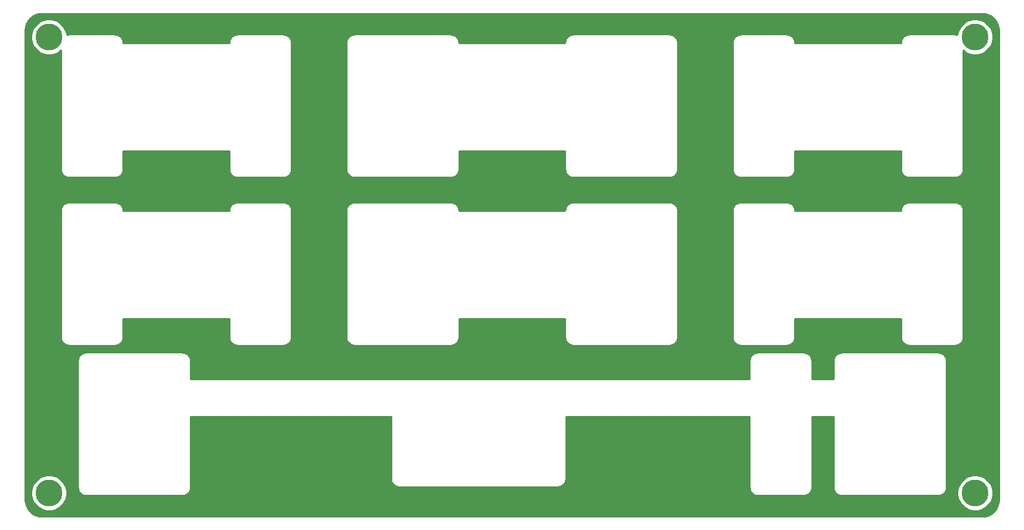
<source format=gbr>
%TF.GenerationSoftware,KiCad,Pcbnew,(5.1.10)-1*%
%TF.CreationDate,2021-07-29T20:32:36+02:00*%
%TF.ProjectId,plate,706c6174-652e-46b6-9963-61645f706362,rev?*%
%TF.SameCoordinates,Original*%
%TF.FileFunction,Copper,L2,Bot*%
%TF.FilePolarity,Positive*%
%FSLAX46Y46*%
G04 Gerber Fmt 4.6, Leading zero omitted, Abs format (unit mm)*
G04 Created by KiCad (PCBNEW (5.1.10)-1) date 2021-07-29 20:32:36*
%MOMM*%
%LPD*%
G01*
G04 APERTURE LIST*
%TA.AperFunction,ComponentPad*%
%ADD10C,3.800000*%
%TD*%
%TA.AperFunction,NonConductor*%
%ADD11C,0.254000*%
%TD*%
%TA.AperFunction,NonConductor*%
%ADD12C,0.100000*%
%TD*%
G04 APERTURE END LIST*
D10*
%TO.P,REF\u002A\u002A,1*%
%TO.N,N/C*%
X196612000Y-59225000D03*
%TD*%
%TO.P,REF\u002A\u002A,1*%
%TO.N,N/C*%
X196612000Y-123900001D03*
%TD*%
%TO.P,REF\u002A\u002A,1*%
%TO.N,N/C*%
X65262000Y-123900001D03*
%TD*%
%TO.P,REF\u002A\u002A,1*%
%TO.N,N/C*%
X65261999Y-59225000D03*
%TD*%
D11*
X198065893Y-55932670D02*
X198502498Y-56064489D01*
X198905185Y-56278600D01*
X199258612Y-56566848D01*
X199549327Y-56918261D01*
X199766242Y-57319439D01*
X199901106Y-57755113D01*
X199952001Y-58239353D01*
X199952000Y-124867722D01*
X199904330Y-125353895D01*
X199772512Y-125790498D01*
X199558399Y-126193187D01*
X199270150Y-126546614D01*
X198918739Y-126837328D01*
X198517564Y-127054241D01*
X198081886Y-127189107D01*
X197597664Y-127240001D01*
X64294279Y-127240001D01*
X63808106Y-127192331D01*
X63371503Y-127060513D01*
X62968814Y-126846400D01*
X62615387Y-126558151D01*
X62324673Y-126206740D01*
X62107760Y-125805565D01*
X61972894Y-125369887D01*
X61922000Y-124885665D01*
X61922000Y-123650325D01*
X62727000Y-123650325D01*
X62727000Y-124149677D01*
X62824418Y-124639433D01*
X63015512Y-125100774D01*
X63292937Y-125515969D01*
X63646032Y-125869064D01*
X64061227Y-126146489D01*
X64522568Y-126337583D01*
X65012324Y-126435001D01*
X65511676Y-126435001D01*
X66001432Y-126337583D01*
X66462773Y-126146489D01*
X66877968Y-125869064D01*
X67231063Y-125515969D01*
X67508488Y-125100774D01*
X67699582Y-124639433D01*
X67797000Y-124149677D01*
X67797000Y-123650325D01*
X67699582Y-123160569D01*
X67698277Y-123157418D01*
X69376999Y-123157418D01*
X69379748Y-123185328D01*
X69379727Y-123188308D01*
X69380626Y-123197479D01*
X69385690Y-123245663D01*
X69386549Y-123254382D01*
X69386637Y-123254673D01*
X69390826Y-123294527D01*
X69402860Y-123353152D01*
X69414063Y-123411884D01*
X69416727Y-123420706D01*
X69445583Y-123513925D01*
X69468766Y-123569075D01*
X69491174Y-123624537D01*
X69495501Y-123632673D01*
X69541913Y-123718511D01*
X69575361Y-123768098D01*
X69608118Y-123818156D01*
X69613942Y-123825297D01*
X69676144Y-123900486D01*
X69718593Y-123942639D01*
X69760438Y-123985371D01*
X69767539Y-123991245D01*
X69843159Y-124052921D01*
X69893024Y-124086052D01*
X69942349Y-124119825D01*
X69950444Y-124124202D01*
X69950447Y-124124204D01*
X69950450Y-124124205D01*
X69950455Y-124124208D01*
X70036616Y-124170020D01*
X70091908Y-124192809D01*
X70146897Y-124216378D01*
X70155700Y-124219103D01*
X70249118Y-124247308D01*
X70307825Y-124258933D01*
X70366315Y-124271365D01*
X70375469Y-124272327D01*
X70375475Y-124272328D01*
X70375480Y-124272328D01*
X70472597Y-124281850D01*
X70472607Y-124281850D01*
X70504580Y-124284999D01*
X84219418Y-124285001D01*
X84247328Y-124282252D01*
X84250308Y-124282273D01*
X84259479Y-124281374D01*
X84307663Y-124276310D01*
X84316382Y-124275451D01*
X84316673Y-124275363D01*
X84356527Y-124271174D01*
X84415152Y-124259140D01*
X84473884Y-124247937D01*
X84482706Y-124245273D01*
X84575925Y-124216417D01*
X84631075Y-124193234D01*
X84686537Y-124170826D01*
X84694666Y-124166503D01*
X84694670Y-124166501D01*
X84694673Y-124166499D01*
X84780511Y-124120087D01*
X84830098Y-124086639D01*
X84880156Y-124053882D01*
X84887297Y-124048058D01*
X84962486Y-123985856D01*
X85004639Y-123943407D01*
X85047371Y-123901562D01*
X85053245Y-123894461D01*
X85114921Y-123818841D01*
X85148052Y-123768976D01*
X85181825Y-123719651D01*
X85186208Y-123711545D01*
X85232020Y-123625384D01*
X85254809Y-123570092D01*
X85278378Y-123515103D01*
X85281103Y-123506300D01*
X85309308Y-123412882D01*
X85320933Y-123354175D01*
X85333365Y-123295685D01*
X85334327Y-123286531D01*
X85334328Y-123286525D01*
X85334328Y-123286519D01*
X85343850Y-123189403D01*
X85343850Y-123189402D01*
X85347000Y-123157420D01*
X85347000Y-113035001D01*
X113752000Y-113035001D01*
X113751999Y-121907419D01*
X113754748Y-121935329D01*
X113754727Y-121938309D01*
X113755626Y-121947480D01*
X113760690Y-121995664D01*
X113761549Y-122004383D01*
X113761637Y-122004674D01*
X113765826Y-122044528D01*
X113777860Y-122103153D01*
X113789063Y-122161885D01*
X113791727Y-122170707D01*
X113820583Y-122263926D01*
X113843766Y-122319076D01*
X113866174Y-122374538D01*
X113870501Y-122382674D01*
X113916913Y-122468512D01*
X113950361Y-122518099D01*
X113983118Y-122568157D01*
X113988942Y-122575298D01*
X114051144Y-122650487D01*
X114093593Y-122692640D01*
X114135438Y-122735372D01*
X114142539Y-122741246D01*
X114218159Y-122802922D01*
X114268024Y-122836053D01*
X114317349Y-122869826D01*
X114325444Y-122874203D01*
X114325447Y-122874205D01*
X114325450Y-122874206D01*
X114325455Y-122874209D01*
X114411616Y-122920021D01*
X114466908Y-122942810D01*
X114521897Y-122966379D01*
X114530700Y-122969104D01*
X114624118Y-122997309D01*
X114682825Y-123008934D01*
X114741315Y-123021366D01*
X114750469Y-123022328D01*
X114750475Y-123022329D01*
X114750480Y-123022329D01*
X114847597Y-123031851D01*
X114879580Y-123035001D01*
X137444418Y-123035001D01*
X137472328Y-123032252D01*
X137475307Y-123032273D01*
X137484478Y-123031374D01*
X137532647Y-123026311D01*
X137541382Y-123025451D01*
X137541673Y-123025363D01*
X137581526Y-123021174D01*
X137640151Y-123009140D01*
X137698883Y-122997937D01*
X137707705Y-122995273D01*
X137800924Y-122966417D01*
X137856074Y-122943234D01*
X137911536Y-122920826D01*
X137919665Y-122916503D01*
X137919669Y-122916501D01*
X137919672Y-122916499D01*
X138005510Y-122870087D01*
X138055097Y-122836639D01*
X138105155Y-122803882D01*
X138112296Y-122798058D01*
X138187485Y-122735856D01*
X138229638Y-122693407D01*
X138272370Y-122651562D01*
X138278244Y-122644461D01*
X138339920Y-122568841D01*
X138373051Y-122518976D01*
X138406824Y-122469651D01*
X138411207Y-122461545D01*
X138457019Y-122375384D01*
X138479808Y-122320092D01*
X138503377Y-122265103D01*
X138506102Y-122256300D01*
X138534307Y-122162882D01*
X138545932Y-122104175D01*
X138558364Y-122045685D01*
X138559326Y-122036531D01*
X138559327Y-122036525D01*
X138559327Y-122036520D01*
X138568849Y-121939403D01*
X138571999Y-121907420D01*
X138571999Y-113035001D01*
X164627000Y-113034999D01*
X164626999Y-123157419D01*
X164629748Y-123185329D01*
X164629727Y-123188309D01*
X164630626Y-123197480D01*
X164635690Y-123245664D01*
X164636549Y-123254383D01*
X164636637Y-123254674D01*
X164640826Y-123294528D01*
X164652860Y-123353153D01*
X164664063Y-123411885D01*
X164666727Y-123420707D01*
X164695583Y-123513926D01*
X164718766Y-123569076D01*
X164741174Y-123624538D01*
X164745501Y-123632674D01*
X164791913Y-123718512D01*
X164825361Y-123768099D01*
X164858118Y-123818157D01*
X164863942Y-123825298D01*
X164926144Y-123900487D01*
X164968593Y-123942640D01*
X165010438Y-123985372D01*
X165017539Y-123991246D01*
X165093159Y-124052922D01*
X165143024Y-124086053D01*
X165192349Y-124119826D01*
X165200444Y-124124203D01*
X165200447Y-124124205D01*
X165200450Y-124124206D01*
X165200455Y-124124209D01*
X165286616Y-124170021D01*
X165341908Y-124192810D01*
X165396897Y-124216379D01*
X165405700Y-124219104D01*
X165499118Y-124247309D01*
X165557825Y-124258934D01*
X165616315Y-124271366D01*
X165625469Y-124272328D01*
X165625475Y-124272329D01*
X165625480Y-124272329D01*
X165722597Y-124281851D01*
X165754580Y-124285001D01*
X172319418Y-124285001D01*
X172347328Y-124282252D01*
X172350307Y-124282273D01*
X172359478Y-124281374D01*
X172407647Y-124276311D01*
X172416382Y-124275451D01*
X172416673Y-124275363D01*
X172456526Y-124271174D01*
X172515151Y-124259140D01*
X172573883Y-124247937D01*
X172582705Y-124245273D01*
X172675924Y-124216417D01*
X172731074Y-124193234D01*
X172786536Y-124170826D01*
X172794665Y-124166503D01*
X172794669Y-124166501D01*
X172794672Y-124166499D01*
X172880510Y-124120087D01*
X172930097Y-124086639D01*
X172980155Y-124053882D01*
X172987296Y-124048058D01*
X173062485Y-123985856D01*
X173104638Y-123943407D01*
X173147370Y-123901562D01*
X173153244Y-123894461D01*
X173214920Y-123818841D01*
X173248051Y-123768976D01*
X173281824Y-123719651D01*
X173286207Y-123711545D01*
X173332019Y-123625384D01*
X173354808Y-123570092D01*
X173378377Y-123515103D01*
X173381102Y-123506300D01*
X173409307Y-123412882D01*
X173420932Y-123354175D01*
X173433364Y-123295685D01*
X173434326Y-123286531D01*
X173434327Y-123286525D01*
X173434327Y-123286519D01*
X173443849Y-123189403D01*
X173443849Y-123189402D01*
X173446999Y-123157420D01*
X173446999Y-113035000D01*
X176526999Y-113035000D01*
X176527000Y-123157419D01*
X176529748Y-123185319D01*
X176529727Y-123188308D01*
X176530626Y-123197479D01*
X176535705Y-123245799D01*
X176536550Y-123254383D01*
X176536637Y-123254669D01*
X176540826Y-123294527D01*
X176552860Y-123353152D01*
X176564063Y-123411884D01*
X176566727Y-123420706D01*
X176595583Y-123513925D01*
X176618766Y-123569075D01*
X176641174Y-123624537D01*
X176645501Y-123632673D01*
X176691913Y-123718511D01*
X176725361Y-123768098D01*
X176758118Y-123818156D01*
X176763942Y-123825297D01*
X176826144Y-123900486D01*
X176868593Y-123942639D01*
X176910438Y-123985371D01*
X176917539Y-123991245D01*
X176993159Y-124052921D01*
X177043024Y-124086052D01*
X177092349Y-124119825D01*
X177100444Y-124124202D01*
X177100447Y-124124204D01*
X177100450Y-124124205D01*
X177100455Y-124124208D01*
X177186616Y-124170020D01*
X177241908Y-124192809D01*
X177296897Y-124216378D01*
X177305700Y-124219103D01*
X177399118Y-124247308D01*
X177457825Y-124258933D01*
X177516315Y-124271365D01*
X177525469Y-124272327D01*
X177525475Y-124272328D01*
X177525480Y-124272328D01*
X177622597Y-124281850D01*
X177654580Y-124285000D01*
X191407418Y-124285000D01*
X191435328Y-124282251D01*
X191438307Y-124282272D01*
X191447478Y-124281373D01*
X191495647Y-124276310D01*
X191504382Y-124275450D01*
X191504673Y-124275362D01*
X191544526Y-124271173D01*
X191603151Y-124259139D01*
X191661883Y-124247936D01*
X191670705Y-124245272D01*
X191763924Y-124216416D01*
X191819074Y-124193233D01*
X191874536Y-124170825D01*
X191882665Y-124166502D01*
X191882669Y-124166500D01*
X191882672Y-124166498D01*
X191968510Y-124120086D01*
X192018097Y-124086638D01*
X192068155Y-124053881D01*
X192075296Y-124048057D01*
X192150485Y-123985855D01*
X192192638Y-123943406D01*
X192235370Y-123901561D01*
X192241244Y-123894460D01*
X192302920Y-123818840D01*
X192336051Y-123768975D01*
X192369824Y-123719650D01*
X192374207Y-123711544D01*
X192406757Y-123650325D01*
X194077000Y-123650325D01*
X194077000Y-124149677D01*
X194174418Y-124639433D01*
X194365512Y-125100774D01*
X194642937Y-125515969D01*
X194996032Y-125869064D01*
X195411227Y-126146489D01*
X195872568Y-126337583D01*
X196362324Y-126435001D01*
X196861676Y-126435001D01*
X197351432Y-126337583D01*
X197812773Y-126146489D01*
X198227968Y-125869064D01*
X198581063Y-125515969D01*
X198858488Y-125100774D01*
X199049582Y-124639433D01*
X199147000Y-124149677D01*
X199147000Y-123650325D01*
X199049582Y-123160569D01*
X198858488Y-122699228D01*
X198581063Y-122284033D01*
X198227968Y-121930938D01*
X197812773Y-121653513D01*
X197351432Y-121462419D01*
X196861676Y-121365001D01*
X196362324Y-121365001D01*
X195872568Y-121462419D01*
X195411227Y-121653513D01*
X194996032Y-121930938D01*
X194642937Y-122284033D01*
X194365512Y-122699228D01*
X194174418Y-123160569D01*
X194077000Y-123650325D01*
X192406757Y-123650325D01*
X192420019Y-123625383D01*
X192442808Y-123570091D01*
X192466377Y-123515102D01*
X192469102Y-123506299D01*
X192497307Y-123412881D01*
X192508932Y-123354174D01*
X192521364Y-123295684D01*
X192522326Y-123286530D01*
X192522327Y-123286524D01*
X192522327Y-123286519D01*
X192531849Y-123189402D01*
X192534999Y-123157419D01*
X192534999Y-105092581D01*
X192532250Y-105064671D01*
X192532271Y-105061693D01*
X192531372Y-105052522D01*
X192526310Y-105004360D01*
X192525449Y-104995617D01*
X192525361Y-104995325D01*
X192521172Y-104955473D01*
X192509139Y-104896854D01*
X192497935Y-104838116D01*
X192495271Y-104829294D01*
X192466415Y-104736075D01*
X192443237Y-104680937D01*
X192420824Y-104625463D01*
X192416497Y-104617327D01*
X192370084Y-104531489D01*
X192336644Y-104481913D01*
X192303880Y-104431844D01*
X192298056Y-104424703D01*
X192235854Y-104349514D01*
X192193405Y-104307361D01*
X192151560Y-104264629D01*
X192144459Y-104258755D01*
X192068838Y-104197079D01*
X192019033Y-104163988D01*
X191969649Y-104130174D01*
X191961543Y-104125792D01*
X191875382Y-104079980D01*
X191820090Y-104057191D01*
X191765101Y-104033622D01*
X191756298Y-104030897D01*
X191662880Y-104002692D01*
X191604173Y-103991067D01*
X191545683Y-103978635D01*
X191536529Y-103977673D01*
X191536523Y-103977672D01*
X191536518Y-103977672D01*
X191439401Y-103968150D01*
X191407418Y-103965000D01*
X177654580Y-103965000D01*
X177626670Y-103967749D01*
X177623692Y-103967728D01*
X177614521Y-103968627D01*
X177566359Y-103973689D01*
X177557616Y-103974550D01*
X177557324Y-103974638D01*
X177517472Y-103978827D01*
X177458853Y-103990860D01*
X177400115Y-104002064D01*
X177391293Y-104004728D01*
X177298074Y-104033584D01*
X177242936Y-104056762D01*
X177187462Y-104079175D01*
X177179333Y-104083498D01*
X177179329Y-104083500D01*
X177179328Y-104083501D01*
X177179326Y-104083502D01*
X177093488Y-104129915D01*
X177043912Y-104163355D01*
X176993843Y-104196119D01*
X176986702Y-104201943D01*
X176911513Y-104264145D01*
X176869360Y-104306594D01*
X176826628Y-104348439D01*
X176820754Y-104355540D01*
X176759078Y-104431161D01*
X176725987Y-104480966D01*
X176692173Y-104530350D01*
X176687791Y-104538456D01*
X176641979Y-104624617D01*
X176619190Y-104679909D01*
X176595621Y-104734898D01*
X176592896Y-104743701D01*
X176564691Y-104837119D01*
X176553066Y-104895826D01*
X176540634Y-104954316D01*
X176539672Y-104963470D01*
X176539671Y-104963476D01*
X176539671Y-104963481D01*
X176530149Y-105060598D01*
X176526999Y-105092582D01*
X176527000Y-107715000D01*
X173446999Y-107715000D01*
X173446999Y-105092582D01*
X173444250Y-105064672D01*
X173444271Y-105061694D01*
X173443372Y-105052523D01*
X173438310Y-105004361D01*
X173437449Y-104995618D01*
X173437361Y-104995326D01*
X173433172Y-104955474D01*
X173421139Y-104896855D01*
X173409935Y-104838117D01*
X173407271Y-104829295D01*
X173378415Y-104736076D01*
X173355237Y-104680938D01*
X173332824Y-104625464D01*
X173328497Y-104617328D01*
X173282084Y-104531490D01*
X173248644Y-104481914D01*
X173215880Y-104431845D01*
X173210056Y-104424704D01*
X173147854Y-104349515D01*
X173105405Y-104307362D01*
X173063560Y-104264630D01*
X173056459Y-104258756D01*
X172980838Y-104197080D01*
X172931033Y-104163989D01*
X172881649Y-104130175D01*
X172873543Y-104125793D01*
X172787382Y-104079981D01*
X172732090Y-104057192D01*
X172677101Y-104033623D01*
X172668298Y-104030898D01*
X172574880Y-104002693D01*
X172516173Y-103991068D01*
X172457683Y-103978636D01*
X172448529Y-103977674D01*
X172448523Y-103977673D01*
X172448518Y-103977673D01*
X172351401Y-103968151D01*
X172319418Y-103965001D01*
X165754580Y-103965001D01*
X165726670Y-103967750D01*
X165723692Y-103967729D01*
X165714521Y-103968628D01*
X165666359Y-103973690D01*
X165657616Y-103974551D01*
X165657324Y-103974639D01*
X165617472Y-103978828D01*
X165558853Y-103990861D01*
X165500115Y-104002065D01*
X165491293Y-104004729D01*
X165398074Y-104033585D01*
X165342936Y-104056763D01*
X165287462Y-104079176D01*
X165279333Y-104083499D01*
X165279329Y-104083501D01*
X165279328Y-104083502D01*
X165279326Y-104083503D01*
X165193488Y-104129916D01*
X165143912Y-104163356D01*
X165093843Y-104196120D01*
X165086702Y-104201944D01*
X165011513Y-104264146D01*
X164969360Y-104306595D01*
X164926628Y-104348440D01*
X164920754Y-104355541D01*
X164859078Y-104431162D01*
X164825987Y-104480967D01*
X164792173Y-104530351D01*
X164787791Y-104538457D01*
X164741979Y-104624618D01*
X164719190Y-104679910D01*
X164695621Y-104734899D01*
X164692896Y-104743702D01*
X164664691Y-104837120D01*
X164653066Y-104895827D01*
X164640634Y-104954317D01*
X164639672Y-104963471D01*
X164639671Y-104963477D01*
X164639671Y-104963482D01*
X164630149Y-105060599D01*
X164630149Y-105060609D01*
X164627000Y-105092582D01*
X164626999Y-107715000D01*
X85347000Y-107715002D01*
X85347000Y-105092582D01*
X85344251Y-105064672D01*
X85344272Y-105061694D01*
X85343373Y-105052523D01*
X85338311Y-105004361D01*
X85337450Y-104995618D01*
X85337362Y-104995326D01*
X85333173Y-104955474D01*
X85321140Y-104896855D01*
X85309936Y-104838117D01*
X85307272Y-104829295D01*
X85278416Y-104736076D01*
X85255238Y-104680938D01*
X85232825Y-104625464D01*
X85228498Y-104617328D01*
X85182085Y-104531490D01*
X85148645Y-104481914D01*
X85115881Y-104431845D01*
X85110057Y-104424704D01*
X85047855Y-104349515D01*
X85005406Y-104307362D01*
X84963561Y-104264630D01*
X84956460Y-104258756D01*
X84880839Y-104197080D01*
X84831034Y-104163989D01*
X84781650Y-104130175D01*
X84773544Y-104125793D01*
X84687383Y-104079981D01*
X84632091Y-104057192D01*
X84577102Y-104033623D01*
X84568299Y-104030898D01*
X84474881Y-104002693D01*
X84416174Y-103991068D01*
X84357684Y-103978636D01*
X84348530Y-103977674D01*
X84348524Y-103977673D01*
X84348519Y-103977673D01*
X84251402Y-103968151D01*
X84251392Y-103968151D01*
X84219419Y-103965002D01*
X70504581Y-103965000D01*
X70476671Y-103967749D01*
X70473692Y-103967728D01*
X70464521Y-103968627D01*
X70416344Y-103973690D01*
X70407617Y-103974550D01*
X70407326Y-103974638D01*
X70367472Y-103978827D01*
X70308853Y-103990860D01*
X70250115Y-104002064D01*
X70241293Y-104004728D01*
X70148074Y-104033584D01*
X70092936Y-104056762D01*
X70037462Y-104079175D01*
X70029333Y-104083498D01*
X70029329Y-104083500D01*
X70029328Y-104083501D01*
X70029326Y-104083502D01*
X69943488Y-104129915D01*
X69893912Y-104163355D01*
X69843843Y-104196119D01*
X69836702Y-104201943D01*
X69761513Y-104264145D01*
X69719360Y-104306594D01*
X69676628Y-104348439D01*
X69670754Y-104355540D01*
X69609078Y-104431161D01*
X69575987Y-104480966D01*
X69542173Y-104530350D01*
X69537791Y-104538456D01*
X69491979Y-104624617D01*
X69469190Y-104679909D01*
X69445621Y-104734898D01*
X69442896Y-104743701D01*
X69414691Y-104837119D01*
X69403066Y-104895826D01*
X69390634Y-104954316D01*
X69389672Y-104963470D01*
X69389671Y-104963476D01*
X69389671Y-104963481D01*
X69380149Y-105060598D01*
X69380149Y-105060608D01*
X69377000Y-105092581D01*
X69376999Y-123157418D01*
X67698277Y-123157418D01*
X67508488Y-122699228D01*
X67231063Y-122284033D01*
X66877968Y-121930938D01*
X66462773Y-121653513D01*
X66001432Y-121462419D01*
X65511676Y-121365001D01*
X65012324Y-121365001D01*
X64522568Y-121462419D01*
X64061227Y-121653513D01*
X63646032Y-121930938D01*
X63292937Y-122284033D01*
X63015512Y-122699228D01*
X62824418Y-123160569D01*
X62727000Y-123650325D01*
X61922000Y-123650325D01*
X61922000Y-101844919D01*
X66964000Y-101844919D01*
X66966749Y-101872829D01*
X66966728Y-101875809D01*
X66967627Y-101884980D01*
X66972691Y-101933164D01*
X66973550Y-101941883D01*
X66973638Y-101942174D01*
X66977827Y-101982028D01*
X66989861Y-102040653D01*
X67001064Y-102099385D01*
X67003728Y-102108207D01*
X67032584Y-102201426D01*
X67055767Y-102256576D01*
X67078175Y-102312038D01*
X67082502Y-102320174D01*
X67128914Y-102406012D01*
X67162362Y-102455599D01*
X67195119Y-102505657D01*
X67200943Y-102512798D01*
X67263145Y-102587987D01*
X67305594Y-102630140D01*
X67347439Y-102672872D01*
X67354540Y-102678746D01*
X67430160Y-102740422D01*
X67480025Y-102773553D01*
X67529350Y-102807326D01*
X67537445Y-102811703D01*
X67537448Y-102811705D01*
X67537451Y-102811706D01*
X67537456Y-102811709D01*
X67623617Y-102857521D01*
X67678909Y-102880310D01*
X67733898Y-102903879D01*
X67742701Y-102906604D01*
X67836119Y-102934809D01*
X67894826Y-102946434D01*
X67953316Y-102958866D01*
X67962470Y-102959828D01*
X67962476Y-102959829D01*
X67962481Y-102959829D01*
X68059598Y-102969351D01*
X68091581Y-102972501D01*
X74656419Y-102972501D01*
X74684329Y-102969752D01*
X74687308Y-102969773D01*
X74696479Y-102968874D01*
X74744648Y-102963811D01*
X74753383Y-102962951D01*
X74753674Y-102962863D01*
X74793527Y-102958674D01*
X74852152Y-102946640D01*
X74910884Y-102935437D01*
X74919706Y-102932773D01*
X75012925Y-102903917D01*
X75068075Y-102880734D01*
X75123537Y-102858326D01*
X75131666Y-102854003D01*
X75131670Y-102854001D01*
X75131673Y-102853999D01*
X75217511Y-102807587D01*
X75267098Y-102774139D01*
X75317156Y-102741382D01*
X75324297Y-102735558D01*
X75399486Y-102673356D01*
X75441639Y-102630907D01*
X75484371Y-102589062D01*
X75490245Y-102581961D01*
X75551921Y-102506341D01*
X75585052Y-102456476D01*
X75618825Y-102407151D01*
X75623208Y-102399045D01*
X75669020Y-102312884D01*
X75691809Y-102257592D01*
X75715378Y-102202603D01*
X75718103Y-102193800D01*
X75746308Y-102100382D01*
X75757933Y-102041675D01*
X75770365Y-101983185D01*
X75771327Y-101974029D01*
X75771328Y-101974025D01*
X75771328Y-101974020D01*
X75780850Y-101876903D01*
X75780850Y-101876893D01*
X75783999Y-101844920D01*
X75784001Y-99222499D01*
X90840002Y-99222501D01*
X90840001Y-101844919D01*
X90842750Y-101872829D01*
X90842729Y-101875809D01*
X90843628Y-101884980D01*
X90848692Y-101933164D01*
X90849551Y-101941883D01*
X90849639Y-101942174D01*
X90853828Y-101982028D01*
X90865862Y-102040653D01*
X90877065Y-102099385D01*
X90879729Y-102108207D01*
X90908585Y-102201426D01*
X90931768Y-102256576D01*
X90954176Y-102312038D01*
X90958503Y-102320174D01*
X91004915Y-102406012D01*
X91038363Y-102455599D01*
X91071120Y-102505657D01*
X91076944Y-102512798D01*
X91139146Y-102587987D01*
X91181595Y-102630140D01*
X91223440Y-102672872D01*
X91230541Y-102678746D01*
X91306161Y-102740422D01*
X91356026Y-102773553D01*
X91405351Y-102807326D01*
X91413446Y-102811703D01*
X91413449Y-102811705D01*
X91413452Y-102811706D01*
X91413457Y-102811709D01*
X91499618Y-102857521D01*
X91554910Y-102880310D01*
X91609899Y-102903879D01*
X91618702Y-102906604D01*
X91712120Y-102934809D01*
X91770827Y-102946434D01*
X91829317Y-102958866D01*
X91838471Y-102959828D01*
X91838477Y-102959829D01*
X91838482Y-102959829D01*
X91935599Y-102969351D01*
X91967582Y-102972501D01*
X98532420Y-102972501D01*
X98560330Y-102969752D01*
X98563309Y-102969773D01*
X98572480Y-102968874D01*
X98620649Y-102963811D01*
X98629384Y-102962951D01*
X98629675Y-102962863D01*
X98669528Y-102958674D01*
X98728153Y-102946640D01*
X98786885Y-102935437D01*
X98795707Y-102932773D01*
X98888926Y-102903917D01*
X98944076Y-102880734D01*
X98999538Y-102858326D01*
X99007667Y-102854003D01*
X99007671Y-102854001D01*
X99007674Y-102853999D01*
X99093512Y-102807587D01*
X99143099Y-102774139D01*
X99193157Y-102741382D01*
X99200298Y-102735558D01*
X99275487Y-102673356D01*
X99317640Y-102630907D01*
X99360372Y-102589062D01*
X99366246Y-102581961D01*
X99427922Y-102506341D01*
X99461053Y-102456476D01*
X99494826Y-102407151D01*
X99499209Y-102399045D01*
X99545021Y-102312884D01*
X99567810Y-102257592D01*
X99591379Y-102202603D01*
X99594104Y-102193800D01*
X99622309Y-102100382D01*
X99633934Y-102041675D01*
X99646366Y-101983185D01*
X99647328Y-101974029D01*
X99647329Y-101974025D01*
X99647329Y-101974020D01*
X99656851Y-101876903D01*
X99660001Y-101844920D01*
X99660001Y-83780084D01*
X107445001Y-83780084D01*
X107445002Y-101844920D01*
X107447750Y-101872820D01*
X107447729Y-101875809D01*
X107448628Y-101884980D01*
X107453707Y-101933300D01*
X107454552Y-101941884D01*
X107454639Y-101942170D01*
X107458828Y-101982028D01*
X107470862Y-102040653D01*
X107482065Y-102099385D01*
X107484729Y-102108207D01*
X107513585Y-102201426D01*
X107536768Y-102256576D01*
X107559176Y-102312038D01*
X107563503Y-102320174D01*
X107609915Y-102406012D01*
X107643363Y-102455599D01*
X107676120Y-102505657D01*
X107681944Y-102512798D01*
X107744146Y-102587987D01*
X107786595Y-102630140D01*
X107828440Y-102672872D01*
X107835541Y-102678746D01*
X107911161Y-102740422D01*
X107961026Y-102773553D01*
X108010351Y-102807326D01*
X108018446Y-102811703D01*
X108018449Y-102811705D01*
X108018452Y-102811706D01*
X108018457Y-102811709D01*
X108104618Y-102857521D01*
X108159910Y-102880310D01*
X108214899Y-102903879D01*
X108223702Y-102906604D01*
X108317120Y-102934809D01*
X108375827Y-102946434D01*
X108434317Y-102958866D01*
X108443471Y-102959828D01*
X108443477Y-102959829D01*
X108443482Y-102959829D01*
X108540599Y-102969351D01*
X108572582Y-102972501D01*
X122281420Y-102972501D01*
X122309330Y-102969752D01*
X122312309Y-102969773D01*
X122321480Y-102968874D01*
X122369649Y-102963811D01*
X122378384Y-102962951D01*
X122378675Y-102962863D01*
X122418528Y-102958674D01*
X122477163Y-102946638D01*
X122535887Y-102935436D01*
X122544703Y-102932774D01*
X122544707Y-102932773D01*
X122544710Y-102932772D01*
X122637927Y-102903916D01*
X122693033Y-102880751D01*
X122748534Y-102858328D01*
X122756670Y-102854001D01*
X122842509Y-102807588D01*
X122892087Y-102774147D01*
X122942157Y-102741382D01*
X122949298Y-102735558D01*
X123024487Y-102673356D01*
X123066626Y-102630921D01*
X123109376Y-102589058D01*
X123115249Y-102581957D01*
X123176924Y-102506337D01*
X123210029Y-102456510D01*
X123243824Y-102407154D01*
X123248207Y-102399048D01*
X123294019Y-102312888D01*
X123316816Y-102257579D01*
X123340378Y-102202604D01*
X123343103Y-102193801D01*
X123371308Y-102100383D01*
X123382933Y-102041676D01*
X123395365Y-101983186D01*
X123396327Y-101974029D01*
X123396328Y-101974026D01*
X123396328Y-101974020D01*
X123405653Y-101878912D01*
X123409001Y-101844920D01*
X123409001Y-99222501D01*
X138465001Y-99222501D01*
X138465002Y-101844920D01*
X138467750Y-101872820D01*
X138467729Y-101875809D01*
X138468628Y-101884980D01*
X138473707Y-101933300D01*
X138474552Y-101941884D01*
X138474639Y-101942170D01*
X138478828Y-101982028D01*
X138490862Y-102040653D01*
X138502065Y-102099385D01*
X138504729Y-102108207D01*
X138533585Y-102201426D01*
X138556768Y-102256576D01*
X138579176Y-102312038D01*
X138583503Y-102320174D01*
X138629915Y-102406012D01*
X138663363Y-102455599D01*
X138696120Y-102505657D01*
X138701944Y-102512798D01*
X138764146Y-102587987D01*
X138806595Y-102630140D01*
X138848440Y-102672872D01*
X138855541Y-102678746D01*
X138931161Y-102740422D01*
X138981026Y-102773553D01*
X139030351Y-102807326D01*
X139038446Y-102811703D01*
X139038449Y-102811705D01*
X139038452Y-102811706D01*
X139038457Y-102811709D01*
X139124618Y-102857521D01*
X139179910Y-102880310D01*
X139234899Y-102903879D01*
X139243702Y-102906604D01*
X139337120Y-102934809D01*
X139395827Y-102946434D01*
X139454317Y-102958866D01*
X139463471Y-102959828D01*
X139463477Y-102959829D01*
X139463482Y-102959829D01*
X139560599Y-102969351D01*
X139592582Y-102972501D01*
X153301419Y-102972501D01*
X153329329Y-102969752D01*
X153332308Y-102969773D01*
X153341479Y-102968874D01*
X153389648Y-102963811D01*
X153398383Y-102962951D01*
X153398674Y-102962863D01*
X153438527Y-102958674D01*
X153497162Y-102946638D01*
X153555886Y-102935436D01*
X153564702Y-102932774D01*
X153564706Y-102932773D01*
X153564709Y-102932772D01*
X153657926Y-102903916D01*
X153713058Y-102880740D01*
X153768527Y-102858330D01*
X153776664Y-102854004D01*
X153862503Y-102807592D01*
X153912106Y-102774135D01*
X153962156Y-102741383D01*
X153969297Y-102735559D01*
X154044486Y-102673357D01*
X154086625Y-102630922D01*
X154129375Y-102589059D01*
X154135248Y-102581958D01*
X154196923Y-102506338D01*
X154230029Y-102456509D01*
X154263820Y-102407160D01*
X154268203Y-102399054D01*
X154314016Y-102312894D01*
X154336806Y-102257602D01*
X154360380Y-102202599D01*
X154363105Y-102193796D01*
X154391309Y-102100377D01*
X154402922Y-102041722D01*
X154415364Y-101983193D01*
X154416327Y-101974029D01*
X154425850Y-101876911D01*
X154429001Y-101844919D01*
X162214001Y-101844919D01*
X162216750Y-101872829D01*
X162216729Y-101875809D01*
X162217628Y-101884980D01*
X162222692Y-101933164D01*
X162223551Y-101941883D01*
X162223639Y-101942174D01*
X162227828Y-101982028D01*
X162239862Y-102040653D01*
X162251065Y-102099385D01*
X162253729Y-102108207D01*
X162282585Y-102201426D01*
X162305768Y-102256576D01*
X162328176Y-102312038D01*
X162332503Y-102320174D01*
X162378915Y-102406012D01*
X162412363Y-102455599D01*
X162445120Y-102505657D01*
X162450944Y-102512798D01*
X162513146Y-102587987D01*
X162555595Y-102630140D01*
X162597440Y-102672872D01*
X162604541Y-102678746D01*
X162680161Y-102740422D01*
X162730026Y-102773553D01*
X162779351Y-102807326D01*
X162787446Y-102811703D01*
X162787449Y-102811705D01*
X162787452Y-102811706D01*
X162787457Y-102811709D01*
X162873618Y-102857521D01*
X162928910Y-102880310D01*
X162983899Y-102903879D01*
X162992702Y-102906604D01*
X163086120Y-102934809D01*
X163144827Y-102946434D01*
X163203317Y-102958866D01*
X163212471Y-102959828D01*
X163212477Y-102959829D01*
X163212482Y-102959829D01*
X163309599Y-102969351D01*
X163341582Y-102972501D01*
X169906420Y-102972501D01*
X169934330Y-102969752D01*
X169937309Y-102969773D01*
X169946480Y-102968874D01*
X169994649Y-102963811D01*
X170003384Y-102962951D01*
X170003675Y-102962863D01*
X170043528Y-102958674D01*
X170102153Y-102946640D01*
X170160885Y-102935437D01*
X170169707Y-102932773D01*
X170262926Y-102903917D01*
X170318076Y-102880734D01*
X170373538Y-102858326D01*
X170381667Y-102854003D01*
X170381671Y-102854001D01*
X170381674Y-102853999D01*
X170467512Y-102807587D01*
X170517099Y-102774139D01*
X170567157Y-102741382D01*
X170574298Y-102735558D01*
X170649487Y-102673356D01*
X170691640Y-102630907D01*
X170734372Y-102589062D01*
X170740246Y-102581961D01*
X170801922Y-102506341D01*
X170835053Y-102456476D01*
X170868826Y-102407151D01*
X170873209Y-102399045D01*
X170919021Y-102312884D01*
X170941810Y-102257592D01*
X170965379Y-102202603D01*
X170968104Y-102193800D01*
X170996309Y-102100382D01*
X171007934Y-102041675D01*
X171020366Y-101983185D01*
X171021328Y-101974029D01*
X171021329Y-101974025D01*
X171021329Y-101974020D01*
X171030851Y-101876903D01*
X171030851Y-101876893D01*
X171034000Y-101844920D01*
X171034002Y-99222499D01*
X186090003Y-99222501D01*
X186090002Y-101844919D01*
X186092751Y-101872829D01*
X186092730Y-101875809D01*
X186093629Y-101884980D01*
X186098693Y-101933164D01*
X186099552Y-101941883D01*
X186099640Y-101942174D01*
X186103829Y-101982028D01*
X186115863Y-102040653D01*
X186127066Y-102099385D01*
X186129730Y-102108207D01*
X186158586Y-102201426D01*
X186181769Y-102256576D01*
X186204177Y-102312038D01*
X186208504Y-102320174D01*
X186254916Y-102406012D01*
X186288364Y-102455599D01*
X186321121Y-102505657D01*
X186326945Y-102512798D01*
X186389147Y-102587987D01*
X186431596Y-102630140D01*
X186473441Y-102672872D01*
X186480542Y-102678746D01*
X186556162Y-102740422D01*
X186606027Y-102773553D01*
X186655352Y-102807326D01*
X186663447Y-102811703D01*
X186663450Y-102811705D01*
X186663453Y-102811706D01*
X186663458Y-102811709D01*
X186749619Y-102857521D01*
X186804911Y-102880310D01*
X186859900Y-102903879D01*
X186868703Y-102906604D01*
X186962121Y-102934809D01*
X187020828Y-102946434D01*
X187079318Y-102958866D01*
X187088472Y-102959828D01*
X187088478Y-102959829D01*
X187088483Y-102959829D01*
X187185600Y-102969351D01*
X187217583Y-102972501D01*
X193782421Y-102972501D01*
X193810331Y-102969752D01*
X193813310Y-102969773D01*
X193822481Y-102968874D01*
X193870650Y-102963811D01*
X193879385Y-102962951D01*
X193879676Y-102962863D01*
X193919529Y-102958674D01*
X193978154Y-102946640D01*
X194036886Y-102935437D01*
X194045708Y-102932773D01*
X194138927Y-102903917D01*
X194194077Y-102880734D01*
X194249539Y-102858326D01*
X194257668Y-102854003D01*
X194257672Y-102854001D01*
X194257675Y-102853999D01*
X194343513Y-102807587D01*
X194393100Y-102774139D01*
X194443158Y-102741382D01*
X194450299Y-102735558D01*
X194525488Y-102673356D01*
X194567641Y-102630907D01*
X194610373Y-102589062D01*
X194616247Y-102581961D01*
X194677923Y-102506341D01*
X194711054Y-102456476D01*
X194744827Y-102407151D01*
X194749210Y-102399045D01*
X194795022Y-102312884D01*
X194817811Y-102257592D01*
X194841380Y-102202603D01*
X194844105Y-102193800D01*
X194872310Y-102100382D01*
X194883935Y-102041675D01*
X194896367Y-101983185D01*
X194897329Y-101974029D01*
X194897330Y-101974025D01*
X194897330Y-101974020D01*
X194906852Y-101876903D01*
X194910002Y-101844920D01*
X194910002Y-83780082D01*
X194907253Y-83752172D01*
X194907274Y-83749194D01*
X194906375Y-83740023D01*
X194901313Y-83691861D01*
X194900452Y-83683118D01*
X194900364Y-83682826D01*
X194896175Y-83642974D01*
X194884142Y-83584355D01*
X194872938Y-83525617D01*
X194870274Y-83516795D01*
X194841418Y-83423576D01*
X194818240Y-83368438D01*
X194795827Y-83312964D01*
X194791500Y-83304828D01*
X194745087Y-83218990D01*
X194711647Y-83169414D01*
X194678883Y-83119345D01*
X194673059Y-83112204D01*
X194610857Y-83037015D01*
X194568408Y-82994862D01*
X194526563Y-82952130D01*
X194519462Y-82946256D01*
X194443841Y-82884580D01*
X194394036Y-82851489D01*
X194344652Y-82817675D01*
X194336546Y-82813293D01*
X194250385Y-82767481D01*
X194195093Y-82744692D01*
X194140104Y-82721123D01*
X194131301Y-82718398D01*
X194037883Y-82690193D01*
X193979176Y-82678568D01*
X193920686Y-82666136D01*
X193911532Y-82665174D01*
X193911526Y-82665173D01*
X193911521Y-82665173D01*
X193814404Y-82655651D01*
X193782421Y-82652501D01*
X187217583Y-82652501D01*
X187189673Y-82655250D01*
X187186695Y-82655229D01*
X187177524Y-82656128D01*
X187129362Y-82661190D01*
X187120619Y-82662051D01*
X187120327Y-82662139D01*
X187080475Y-82666328D01*
X187021856Y-82678361D01*
X186963118Y-82689565D01*
X186954296Y-82692229D01*
X186861077Y-82721085D01*
X186805939Y-82744263D01*
X186750465Y-82766676D01*
X186742336Y-82770999D01*
X186742332Y-82771001D01*
X186742329Y-82771003D01*
X186656491Y-82817416D01*
X186606915Y-82850856D01*
X186556846Y-82883620D01*
X186549705Y-82889444D01*
X186474516Y-82951646D01*
X186432363Y-82994095D01*
X186389631Y-83035940D01*
X186383757Y-83043041D01*
X186322081Y-83118662D01*
X186288990Y-83168467D01*
X186255176Y-83217851D01*
X186250794Y-83225957D01*
X186204982Y-83312118D01*
X186182193Y-83367410D01*
X186158624Y-83422399D01*
X186155899Y-83431202D01*
X186127694Y-83524620D01*
X186116069Y-83583327D01*
X186103637Y-83641817D01*
X186102675Y-83650971D01*
X186102674Y-83650977D01*
X186102674Y-83650982D01*
X186093152Y-83748099D01*
X186090002Y-83780082D01*
X186090002Y-83902502D01*
X171034001Y-83902500D01*
X171034000Y-83780080D01*
X171031252Y-83752180D01*
X171031273Y-83749194D01*
X171030374Y-83740023D01*
X171025299Y-83691740D01*
X171024450Y-83683116D01*
X171024363Y-83682828D01*
X171020174Y-83642974D01*
X171008141Y-83584355D01*
X170996937Y-83525617D01*
X170994273Y-83516795D01*
X170965417Y-83423576D01*
X170942239Y-83368438D01*
X170919826Y-83312964D01*
X170915499Y-83304828D01*
X170869086Y-83218990D01*
X170835646Y-83169414D01*
X170802882Y-83119345D01*
X170797058Y-83112204D01*
X170734856Y-83037015D01*
X170692407Y-82994862D01*
X170650562Y-82952130D01*
X170643461Y-82946256D01*
X170567840Y-82884580D01*
X170518035Y-82851489D01*
X170468651Y-82817675D01*
X170460545Y-82813293D01*
X170374384Y-82767481D01*
X170319092Y-82744692D01*
X170264103Y-82721123D01*
X170255300Y-82718398D01*
X170161882Y-82690193D01*
X170103175Y-82678568D01*
X170044685Y-82666136D01*
X170035531Y-82665174D01*
X170035525Y-82665173D01*
X170035520Y-82665173D01*
X169938403Y-82655651D01*
X169906420Y-82652501D01*
X163341582Y-82652501D01*
X163313672Y-82655250D01*
X163310694Y-82655229D01*
X163301523Y-82656128D01*
X163253361Y-82661190D01*
X163244618Y-82662051D01*
X163244326Y-82662139D01*
X163204474Y-82666328D01*
X163145855Y-82678361D01*
X163087117Y-82689565D01*
X163078295Y-82692229D01*
X162985076Y-82721085D01*
X162929938Y-82744263D01*
X162874464Y-82766676D01*
X162866335Y-82770999D01*
X162866331Y-82771001D01*
X162866328Y-82771003D01*
X162780490Y-82817416D01*
X162730914Y-82850856D01*
X162680845Y-82883620D01*
X162673704Y-82889444D01*
X162598515Y-82951646D01*
X162556362Y-82994095D01*
X162513630Y-83035940D01*
X162507756Y-83043041D01*
X162446080Y-83118662D01*
X162412989Y-83168467D01*
X162379175Y-83217851D01*
X162374793Y-83225957D01*
X162328981Y-83312118D01*
X162306192Y-83367410D01*
X162282623Y-83422399D01*
X162279898Y-83431202D01*
X162251693Y-83524620D01*
X162240068Y-83583327D01*
X162227636Y-83641817D01*
X162226674Y-83650971D01*
X162226673Y-83650977D01*
X162226673Y-83650982D01*
X162217151Y-83748099D01*
X162217151Y-83748109D01*
X162214002Y-83780082D01*
X162214001Y-101844919D01*
X154429001Y-101844919D01*
X154428999Y-83780083D01*
X154426251Y-83752183D01*
X154426272Y-83749195D01*
X154425373Y-83740024D01*
X154420295Y-83691711D01*
X154419449Y-83683119D01*
X154419362Y-83682832D01*
X154415173Y-83642975D01*
X154403140Y-83584356D01*
X154391936Y-83525618D01*
X154389272Y-83516796D01*
X154360416Y-83423577D01*
X154337238Y-83368439D01*
X154314825Y-83312965D01*
X154310498Y-83304829D01*
X154264085Y-83218991D01*
X154230645Y-83169415D01*
X154197881Y-83119346D01*
X154192057Y-83112205D01*
X154129855Y-83037016D01*
X154087406Y-82994863D01*
X154045561Y-82952131D01*
X154038460Y-82946257D01*
X153962839Y-82884581D01*
X153913034Y-82851490D01*
X153863650Y-82817676D01*
X153855544Y-82813294D01*
X153769383Y-82767482D01*
X153714091Y-82744693D01*
X153659102Y-82721124D01*
X153650299Y-82718399D01*
X153556881Y-82690194D01*
X153498174Y-82678569D01*
X153439684Y-82666137D01*
X153430530Y-82665175D01*
X153430524Y-82665174D01*
X153430519Y-82665174D01*
X153333402Y-82655652D01*
X153333392Y-82655652D01*
X153301419Y-82652503D01*
X139592583Y-82652501D01*
X139564673Y-82655250D01*
X139561694Y-82655229D01*
X139552523Y-82656128D01*
X139504346Y-82661191D01*
X139495619Y-82662051D01*
X139495328Y-82662139D01*
X139455474Y-82666328D01*
X139396860Y-82678360D01*
X139338111Y-82689567D01*
X139329297Y-82692229D01*
X139329295Y-82692229D01*
X139329293Y-82692230D01*
X139329289Y-82692231D01*
X139236070Y-82721088D01*
X139180928Y-82744268D01*
X139125473Y-82766673D01*
X139117336Y-82770999D01*
X139031497Y-82817411D01*
X138981910Y-82850858D01*
X138931844Y-82883620D01*
X138924703Y-82889444D01*
X138849514Y-82951646D01*
X138807353Y-82994102D01*
X138764623Y-83035947D01*
X138758749Y-83043048D01*
X138697074Y-83118670D01*
X138663987Y-83168471D01*
X138630180Y-83217843D01*
X138625797Y-83225950D01*
X138579984Y-83312110D01*
X138557184Y-83367427D01*
X138533621Y-83422401D01*
X138530896Y-83431204D01*
X138502691Y-83524623D01*
X138491065Y-83583338D01*
X138478635Y-83641818D01*
X138477672Y-83650983D01*
X138468150Y-83748100D01*
X138468150Y-83748111D01*
X138465001Y-83780084D01*
X138465001Y-83902503D01*
X123409001Y-83902501D01*
X123409001Y-83780083D01*
X123406252Y-83752173D01*
X123406273Y-83749194D01*
X123405374Y-83740023D01*
X123400311Y-83691846D01*
X123399451Y-83683119D01*
X123399363Y-83682828D01*
X123395174Y-83642974D01*
X123383141Y-83584355D01*
X123371937Y-83525617D01*
X123369273Y-83516795D01*
X123340417Y-83423576D01*
X123317239Y-83368438D01*
X123294826Y-83312964D01*
X123290499Y-83304828D01*
X123244086Y-83218990D01*
X123210646Y-83169414D01*
X123177882Y-83119345D01*
X123172058Y-83112204D01*
X123109856Y-83037015D01*
X123067407Y-82994862D01*
X123025562Y-82952130D01*
X123018461Y-82946256D01*
X122942840Y-82884580D01*
X122893035Y-82851489D01*
X122843651Y-82817675D01*
X122835545Y-82813293D01*
X122749384Y-82767481D01*
X122694092Y-82744692D01*
X122639103Y-82721123D01*
X122630300Y-82718398D01*
X122536882Y-82690193D01*
X122478175Y-82678568D01*
X122419685Y-82666136D01*
X122410531Y-82665174D01*
X122410525Y-82665173D01*
X122410520Y-82665173D01*
X122313403Y-82655651D01*
X122281420Y-82652501D01*
X108572582Y-82652501D01*
X108544672Y-82655250D01*
X108541694Y-82655229D01*
X108532523Y-82656128D01*
X108484361Y-82661190D01*
X108475618Y-82662051D01*
X108475326Y-82662139D01*
X108435474Y-82666328D01*
X108376860Y-82678360D01*
X108318111Y-82689567D01*
X108309297Y-82692229D01*
X108309295Y-82692229D01*
X108309293Y-82692230D01*
X108309289Y-82692231D01*
X108216070Y-82721088D01*
X108160928Y-82744268D01*
X108105473Y-82766673D01*
X108097336Y-82770999D01*
X108011497Y-82817411D01*
X107961910Y-82850858D01*
X107911844Y-82883620D01*
X107904703Y-82889444D01*
X107829514Y-82951646D01*
X107787353Y-82994102D01*
X107744623Y-83035947D01*
X107738749Y-83043048D01*
X107677074Y-83118670D01*
X107643987Y-83168471D01*
X107610180Y-83217843D01*
X107605797Y-83225950D01*
X107559984Y-83312110D01*
X107537184Y-83367427D01*
X107513621Y-83422401D01*
X107510896Y-83431204D01*
X107482691Y-83524623D01*
X107471065Y-83583338D01*
X107458635Y-83641818D01*
X107457672Y-83650983D01*
X107448150Y-83748100D01*
X107448150Y-83748111D01*
X107445001Y-83780084D01*
X99660001Y-83780084D01*
X99660001Y-83780082D01*
X99657252Y-83752172D01*
X99657273Y-83749194D01*
X99656374Y-83740023D01*
X99651312Y-83691861D01*
X99650451Y-83683118D01*
X99650363Y-83682826D01*
X99646174Y-83642974D01*
X99634141Y-83584355D01*
X99622937Y-83525617D01*
X99620273Y-83516795D01*
X99591417Y-83423576D01*
X99568239Y-83368438D01*
X99545826Y-83312964D01*
X99541499Y-83304828D01*
X99495086Y-83218990D01*
X99461646Y-83169414D01*
X99428882Y-83119345D01*
X99423058Y-83112204D01*
X99360856Y-83037015D01*
X99318407Y-82994862D01*
X99276562Y-82952130D01*
X99269461Y-82946256D01*
X99193840Y-82884580D01*
X99144035Y-82851489D01*
X99094651Y-82817675D01*
X99086545Y-82813293D01*
X99000384Y-82767481D01*
X98945092Y-82744692D01*
X98890103Y-82721123D01*
X98881300Y-82718398D01*
X98787882Y-82690193D01*
X98729175Y-82678568D01*
X98670685Y-82666136D01*
X98661531Y-82665174D01*
X98661525Y-82665173D01*
X98661520Y-82665173D01*
X98564403Y-82655651D01*
X98532420Y-82652501D01*
X91967582Y-82652501D01*
X91939672Y-82655250D01*
X91936694Y-82655229D01*
X91927523Y-82656128D01*
X91879361Y-82661190D01*
X91870618Y-82662051D01*
X91870326Y-82662139D01*
X91830474Y-82666328D01*
X91771855Y-82678361D01*
X91713117Y-82689565D01*
X91704295Y-82692229D01*
X91611076Y-82721085D01*
X91555938Y-82744263D01*
X91500464Y-82766676D01*
X91492335Y-82770999D01*
X91492331Y-82771001D01*
X91492328Y-82771003D01*
X91406490Y-82817416D01*
X91356914Y-82850856D01*
X91306845Y-82883620D01*
X91299704Y-82889444D01*
X91224515Y-82951646D01*
X91182362Y-82994095D01*
X91139630Y-83035940D01*
X91133756Y-83043041D01*
X91072080Y-83118662D01*
X91038989Y-83168467D01*
X91005175Y-83217851D01*
X91000793Y-83225957D01*
X90954981Y-83312118D01*
X90932192Y-83367410D01*
X90908623Y-83422399D01*
X90905898Y-83431202D01*
X90877693Y-83524620D01*
X90866068Y-83583327D01*
X90853636Y-83641817D01*
X90852674Y-83650971D01*
X90852673Y-83650977D01*
X90852673Y-83650982D01*
X90843151Y-83748099D01*
X90840001Y-83780082D01*
X90840001Y-83902502D01*
X75784000Y-83902500D01*
X75783999Y-83780080D01*
X75781251Y-83752180D01*
X75781272Y-83749194D01*
X75780373Y-83740023D01*
X75775298Y-83691740D01*
X75774449Y-83683116D01*
X75774362Y-83682828D01*
X75770173Y-83642974D01*
X75758140Y-83584355D01*
X75746936Y-83525617D01*
X75744272Y-83516795D01*
X75715416Y-83423576D01*
X75692238Y-83368438D01*
X75669825Y-83312964D01*
X75665498Y-83304828D01*
X75619085Y-83218990D01*
X75585645Y-83169414D01*
X75552881Y-83119345D01*
X75547057Y-83112204D01*
X75484855Y-83037015D01*
X75442406Y-82994862D01*
X75400561Y-82952130D01*
X75393460Y-82946256D01*
X75317839Y-82884580D01*
X75268034Y-82851489D01*
X75218650Y-82817675D01*
X75210544Y-82813293D01*
X75124383Y-82767481D01*
X75069091Y-82744692D01*
X75014102Y-82721123D01*
X75005299Y-82718398D01*
X74911881Y-82690193D01*
X74853174Y-82678568D01*
X74794684Y-82666136D01*
X74785530Y-82665174D01*
X74785524Y-82665173D01*
X74785519Y-82665173D01*
X74688402Y-82655651D01*
X74656419Y-82652501D01*
X68091581Y-82652501D01*
X68063671Y-82655250D01*
X68060693Y-82655229D01*
X68051522Y-82656128D01*
X68003360Y-82661190D01*
X67994617Y-82662051D01*
X67994325Y-82662139D01*
X67954473Y-82666328D01*
X67895854Y-82678361D01*
X67837116Y-82689565D01*
X67828294Y-82692229D01*
X67735075Y-82721085D01*
X67679937Y-82744263D01*
X67624463Y-82766676D01*
X67616334Y-82770999D01*
X67616330Y-82771001D01*
X67616327Y-82771003D01*
X67530489Y-82817416D01*
X67480913Y-82850856D01*
X67430844Y-82883620D01*
X67423703Y-82889444D01*
X67348514Y-82951646D01*
X67306361Y-82994095D01*
X67263629Y-83035940D01*
X67257755Y-83043041D01*
X67196079Y-83118662D01*
X67162988Y-83168467D01*
X67129174Y-83217851D01*
X67124792Y-83225957D01*
X67078980Y-83312118D01*
X67056191Y-83367410D01*
X67032622Y-83422399D01*
X67029897Y-83431202D01*
X67001692Y-83524620D01*
X66990067Y-83583327D01*
X66977635Y-83641817D01*
X66976673Y-83650971D01*
X66976672Y-83650977D01*
X66976672Y-83650982D01*
X66967150Y-83748099D01*
X66967150Y-83748109D01*
X66964001Y-83780082D01*
X66964000Y-101844919D01*
X61922000Y-101844919D01*
X61921999Y-58975324D01*
X62726999Y-58975324D01*
X62726999Y-59474676D01*
X62824417Y-59964432D01*
X63015511Y-60425773D01*
X63292936Y-60840968D01*
X63646031Y-61194063D01*
X64061226Y-61471488D01*
X64522567Y-61662582D01*
X65012323Y-61760000D01*
X65511675Y-61760000D01*
X66001431Y-61662582D01*
X66462772Y-61471488D01*
X66877967Y-61194063D01*
X66964000Y-61108030D01*
X66963999Y-78032419D01*
X66966748Y-78060329D01*
X66966727Y-78063309D01*
X66967626Y-78072480D01*
X66972690Y-78120664D01*
X66973549Y-78129383D01*
X66973637Y-78129674D01*
X66977826Y-78169528D01*
X66989860Y-78228153D01*
X67001063Y-78286885D01*
X67003727Y-78295707D01*
X67032583Y-78388926D01*
X67055766Y-78444076D01*
X67078174Y-78499538D01*
X67082501Y-78507674D01*
X67128913Y-78593512D01*
X67162361Y-78643099D01*
X67195118Y-78693157D01*
X67200942Y-78700298D01*
X67263144Y-78775487D01*
X67305593Y-78817640D01*
X67347438Y-78860372D01*
X67354539Y-78866246D01*
X67430159Y-78927922D01*
X67480024Y-78961053D01*
X67529349Y-78994826D01*
X67537444Y-78999203D01*
X67537447Y-78999205D01*
X67537450Y-78999206D01*
X67537455Y-78999209D01*
X67623616Y-79045021D01*
X67678908Y-79067810D01*
X67733897Y-79091379D01*
X67742700Y-79094104D01*
X67836118Y-79122309D01*
X67894825Y-79133934D01*
X67953315Y-79146366D01*
X67962469Y-79147328D01*
X67962475Y-79147329D01*
X67962480Y-79147329D01*
X68059597Y-79156851D01*
X68091580Y-79160001D01*
X74656418Y-79160001D01*
X74684328Y-79157252D01*
X74687307Y-79157273D01*
X74696478Y-79156374D01*
X74744647Y-79151311D01*
X74753382Y-79150451D01*
X74753673Y-79150363D01*
X74793526Y-79146174D01*
X74852151Y-79134140D01*
X74910883Y-79122937D01*
X74919705Y-79120273D01*
X75012924Y-79091417D01*
X75068074Y-79068234D01*
X75123536Y-79045826D01*
X75131665Y-79041503D01*
X75131669Y-79041501D01*
X75131672Y-79041499D01*
X75217510Y-78995087D01*
X75267097Y-78961639D01*
X75317155Y-78928882D01*
X75324296Y-78923058D01*
X75399485Y-78860856D01*
X75441638Y-78818407D01*
X75484370Y-78776562D01*
X75490244Y-78769461D01*
X75551920Y-78693841D01*
X75585051Y-78643976D01*
X75618824Y-78594651D01*
X75623207Y-78586545D01*
X75669019Y-78500384D01*
X75691808Y-78445092D01*
X75715377Y-78390103D01*
X75718102Y-78381300D01*
X75746307Y-78287882D01*
X75757932Y-78229175D01*
X75770364Y-78170685D01*
X75771326Y-78161529D01*
X75771327Y-78161525D01*
X75771327Y-78161520D01*
X75780849Y-78064403D01*
X75780849Y-78064393D01*
X75783998Y-78032420D01*
X75784000Y-75409999D01*
X90840001Y-75410001D01*
X90840000Y-78032419D01*
X90842749Y-78060329D01*
X90842728Y-78063309D01*
X90843627Y-78072480D01*
X90848691Y-78120664D01*
X90849550Y-78129383D01*
X90849638Y-78129674D01*
X90853827Y-78169528D01*
X90865861Y-78228153D01*
X90877064Y-78286885D01*
X90879728Y-78295707D01*
X90908584Y-78388926D01*
X90931767Y-78444076D01*
X90954175Y-78499538D01*
X90958502Y-78507674D01*
X91004914Y-78593512D01*
X91038362Y-78643099D01*
X91071119Y-78693157D01*
X91076943Y-78700298D01*
X91139145Y-78775487D01*
X91181594Y-78817640D01*
X91223439Y-78860372D01*
X91230540Y-78866246D01*
X91306160Y-78927922D01*
X91356025Y-78961053D01*
X91405350Y-78994826D01*
X91413445Y-78999203D01*
X91413448Y-78999205D01*
X91413451Y-78999206D01*
X91413456Y-78999209D01*
X91499617Y-79045021D01*
X91554909Y-79067810D01*
X91609898Y-79091379D01*
X91618701Y-79094104D01*
X91712119Y-79122309D01*
X91770826Y-79133934D01*
X91829316Y-79146366D01*
X91838470Y-79147328D01*
X91838476Y-79147329D01*
X91838481Y-79147329D01*
X91935598Y-79156851D01*
X91967581Y-79160001D01*
X98532419Y-79160001D01*
X98560329Y-79157252D01*
X98563308Y-79157273D01*
X98572479Y-79156374D01*
X98620648Y-79151311D01*
X98629383Y-79150451D01*
X98629674Y-79150363D01*
X98669527Y-79146174D01*
X98728152Y-79134140D01*
X98786884Y-79122937D01*
X98795706Y-79120273D01*
X98888925Y-79091417D01*
X98944075Y-79068234D01*
X98999537Y-79045826D01*
X99007666Y-79041503D01*
X99007670Y-79041501D01*
X99007673Y-79041499D01*
X99093511Y-78995087D01*
X99143098Y-78961639D01*
X99193156Y-78928882D01*
X99200297Y-78923058D01*
X99275486Y-78860856D01*
X99317639Y-78818407D01*
X99360371Y-78776562D01*
X99366245Y-78769461D01*
X99427921Y-78693841D01*
X99461052Y-78643976D01*
X99494825Y-78594651D01*
X99499208Y-78586545D01*
X99545020Y-78500384D01*
X99567809Y-78445092D01*
X99591378Y-78390103D01*
X99594103Y-78381300D01*
X99622308Y-78287882D01*
X99633933Y-78229175D01*
X99646365Y-78170685D01*
X99647327Y-78161529D01*
X99647328Y-78161525D01*
X99647328Y-78161520D01*
X99656850Y-78064403D01*
X99660000Y-78032420D01*
X99660000Y-59967583D01*
X107445001Y-59967583D01*
X107445002Y-78032420D01*
X107447750Y-78060320D01*
X107447729Y-78063309D01*
X107448628Y-78072480D01*
X107453707Y-78120800D01*
X107454552Y-78129384D01*
X107454639Y-78129670D01*
X107458828Y-78169528D01*
X107470862Y-78228153D01*
X107482065Y-78286885D01*
X107484729Y-78295707D01*
X107513585Y-78388926D01*
X107536768Y-78444076D01*
X107559176Y-78499538D01*
X107563503Y-78507674D01*
X107609915Y-78593512D01*
X107643363Y-78643099D01*
X107676120Y-78693157D01*
X107681944Y-78700298D01*
X107744146Y-78775487D01*
X107786595Y-78817640D01*
X107828440Y-78860372D01*
X107835541Y-78866246D01*
X107911161Y-78927922D01*
X107961026Y-78961053D01*
X108010351Y-78994826D01*
X108018446Y-78999203D01*
X108018449Y-78999205D01*
X108018452Y-78999206D01*
X108018457Y-78999209D01*
X108104618Y-79045021D01*
X108159910Y-79067810D01*
X108214899Y-79091379D01*
X108223702Y-79094104D01*
X108317120Y-79122309D01*
X108375827Y-79133934D01*
X108434317Y-79146366D01*
X108443471Y-79147328D01*
X108443477Y-79147329D01*
X108443482Y-79147329D01*
X108540599Y-79156851D01*
X108572582Y-79160001D01*
X122281420Y-79160001D01*
X122309330Y-79157252D01*
X122312309Y-79157273D01*
X122321480Y-79156374D01*
X122369649Y-79151311D01*
X122378384Y-79150451D01*
X122378675Y-79150363D01*
X122418528Y-79146174D01*
X122477153Y-79134140D01*
X122535885Y-79122937D01*
X122544707Y-79120273D01*
X122637926Y-79091417D01*
X122693076Y-79068234D01*
X122748538Y-79045826D01*
X122756667Y-79041503D01*
X122756671Y-79041501D01*
X122756674Y-79041499D01*
X122842512Y-78995087D01*
X122892099Y-78961639D01*
X122942157Y-78928882D01*
X122949298Y-78923058D01*
X123024487Y-78860856D01*
X123066640Y-78818407D01*
X123109372Y-78776562D01*
X123115246Y-78769461D01*
X123176922Y-78693841D01*
X123210053Y-78643976D01*
X123243826Y-78594651D01*
X123248209Y-78586545D01*
X123294021Y-78500384D01*
X123316810Y-78445092D01*
X123340379Y-78390103D01*
X123343104Y-78381300D01*
X123371309Y-78287882D01*
X123382934Y-78229175D01*
X123395366Y-78170685D01*
X123396328Y-78161529D01*
X123396329Y-78161525D01*
X123396329Y-78161520D01*
X123405851Y-78064403D01*
X123409001Y-78032420D01*
X123409001Y-75410001D01*
X138465001Y-75410001D01*
X138465002Y-78032420D01*
X138467750Y-78060320D01*
X138467729Y-78063309D01*
X138468628Y-78072480D01*
X138473707Y-78120800D01*
X138474552Y-78129384D01*
X138474639Y-78129670D01*
X138478828Y-78169528D01*
X138490862Y-78228153D01*
X138502065Y-78286885D01*
X138504729Y-78295707D01*
X138533585Y-78388926D01*
X138556768Y-78444076D01*
X138579176Y-78499538D01*
X138583503Y-78507674D01*
X138629915Y-78593512D01*
X138663363Y-78643099D01*
X138696120Y-78693157D01*
X138701944Y-78700298D01*
X138764146Y-78775487D01*
X138806595Y-78817640D01*
X138848440Y-78860372D01*
X138855541Y-78866246D01*
X138931161Y-78927922D01*
X138981026Y-78961053D01*
X139030351Y-78994826D01*
X139038446Y-78999203D01*
X139038449Y-78999205D01*
X139038452Y-78999206D01*
X139038457Y-78999209D01*
X139124618Y-79045021D01*
X139179910Y-79067810D01*
X139234899Y-79091379D01*
X139243702Y-79094104D01*
X139337120Y-79122309D01*
X139395827Y-79133934D01*
X139454317Y-79146366D01*
X139463471Y-79147328D01*
X139463477Y-79147329D01*
X139463482Y-79147329D01*
X139560401Y-79156832D01*
X139592581Y-79160001D01*
X153301419Y-79160001D01*
X153329329Y-79157252D01*
X153332308Y-79157273D01*
X153341479Y-79156374D01*
X153389648Y-79151311D01*
X153398383Y-79150451D01*
X153398674Y-79150363D01*
X153438527Y-79146174D01*
X153497162Y-79134138D01*
X153555886Y-79122936D01*
X153564702Y-79120274D01*
X153564706Y-79120273D01*
X153564709Y-79120272D01*
X153657926Y-79091416D01*
X153713058Y-79068240D01*
X153768527Y-79045830D01*
X153776664Y-79041504D01*
X153862503Y-78995092D01*
X153912106Y-78961635D01*
X153962156Y-78928883D01*
X153969297Y-78923059D01*
X154044486Y-78860857D01*
X154086625Y-78818422D01*
X154129375Y-78776559D01*
X154135248Y-78769458D01*
X154196923Y-78693838D01*
X154230029Y-78644009D01*
X154263820Y-78594660D01*
X154268203Y-78586554D01*
X154314016Y-78500394D01*
X154336806Y-78445102D01*
X154360380Y-78390099D01*
X154363105Y-78381296D01*
X154391309Y-78287877D01*
X154402922Y-78229222D01*
X154415364Y-78170693D01*
X154416327Y-78161529D01*
X154425850Y-78064411D01*
X154425850Y-78064403D01*
X154429000Y-78032420D01*
X154429000Y-78032419D01*
X162214000Y-78032419D01*
X162216749Y-78060329D01*
X162216728Y-78063309D01*
X162217627Y-78072480D01*
X162222691Y-78120664D01*
X162223550Y-78129383D01*
X162223638Y-78129674D01*
X162227827Y-78169528D01*
X162239861Y-78228153D01*
X162251064Y-78286885D01*
X162253728Y-78295707D01*
X162282584Y-78388926D01*
X162305767Y-78444076D01*
X162328175Y-78499538D01*
X162332502Y-78507674D01*
X162378914Y-78593512D01*
X162412362Y-78643099D01*
X162445119Y-78693157D01*
X162450943Y-78700298D01*
X162513145Y-78775487D01*
X162555594Y-78817640D01*
X162597439Y-78860372D01*
X162604540Y-78866246D01*
X162680160Y-78927922D01*
X162730025Y-78961053D01*
X162779350Y-78994826D01*
X162787445Y-78999203D01*
X162787448Y-78999205D01*
X162787451Y-78999206D01*
X162787456Y-78999209D01*
X162873617Y-79045021D01*
X162928909Y-79067810D01*
X162983898Y-79091379D01*
X162992701Y-79094104D01*
X163086119Y-79122309D01*
X163144826Y-79133934D01*
X163203316Y-79146366D01*
X163212470Y-79147328D01*
X163212476Y-79147329D01*
X163212481Y-79147329D01*
X163309598Y-79156851D01*
X163341581Y-79160001D01*
X169906419Y-79160001D01*
X169934329Y-79157252D01*
X169937308Y-79157273D01*
X169946479Y-79156374D01*
X169994648Y-79151311D01*
X170003383Y-79150451D01*
X170003674Y-79150363D01*
X170043527Y-79146174D01*
X170102152Y-79134140D01*
X170160884Y-79122937D01*
X170169706Y-79120273D01*
X170262925Y-79091417D01*
X170318075Y-79068234D01*
X170373537Y-79045826D01*
X170381666Y-79041503D01*
X170381670Y-79041501D01*
X170381673Y-79041499D01*
X170467511Y-78995087D01*
X170517098Y-78961639D01*
X170567156Y-78928882D01*
X170574297Y-78923058D01*
X170649486Y-78860856D01*
X170691639Y-78818407D01*
X170734371Y-78776562D01*
X170740245Y-78769461D01*
X170801921Y-78693841D01*
X170835052Y-78643976D01*
X170868825Y-78594651D01*
X170873208Y-78586545D01*
X170919020Y-78500384D01*
X170941809Y-78445092D01*
X170965378Y-78390103D01*
X170968103Y-78381300D01*
X170996308Y-78287882D01*
X171007933Y-78229175D01*
X171020365Y-78170685D01*
X171021327Y-78161529D01*
X171021328Y-78161525D01*
X171021328Y-78161520D01*
X171030850Y-78064403D01*
X171030850Y-78064393D01*
X171033999Y-78032420D01*
X171034001Y-75409999D01*
X186090002Y-75410001D01*
X186090001Y-78032419D01*
X186092750Y-78060329D01*
X186092729Y-78063309D01*
X186093628Y-78072480D01*
X186098692Y-78120664D01*
X186099551Y-78129383D01*
X186099639Y-78129674D01*
X186103828Y-78169528D01*
X186115862Y-78228153D01*
X186127065Y-78286885D01*
X186129729Y-78295707D01*
X186158585Y-78388926D01*
X186181768Y-78444076D01*
X186204176Y-78499538D01*
X186208503Y-78507674D01*
X186254915Y-78593512D01*
X186288363Y-78643099D01*
X186321120Y-78693157D01*
X186326944Y-78700298D01*
X186389146Y-78775487D01*
X186431595Y-78817640D01*
X186473440Y-78860372D01*
X186480541Y-78866246D01*
X186556161Y-78927922D01*
X186606026Y-78961053D01*
X186655351Y-78994826D01*
X186663446Y-78999203D01*
X186663449Y-78999205D01*
X186663452Y-78999206D01*
X186663457Y-78999209D01*
X186749618Y-79045021D01*
X186804910Y-79067810D01*
X186859899Y-79091379D01*
X186868702Y-79094104D01*
X186962120Y-79122309D01*
X187020827Y-79133934D01*
X187079317Y-79146366D01*
X187088471Y-79147328D01*
X187088477Y-79147329D01*
X187088482Y-79147329D01*
X187185599Y-79156851D01*
X187217582Y-79160001D01*
X193782420Y-79160001D01*
X193810330Y-79157252D01*
X193813309Y-79157273D01*
X193822480Y-79156374D01*
X193870649Y-79151311D01*
X193879384Y-79150451D01*
X193879675Y-79150363D01*
X193919528Y-79146174D01*
X193978153Y-79134140D01*
X194036885Y-79122937D01*
X194045707Y-79120273D01*
X194138926Y-79091417D01*
X194194076Y-79068234D01*
X194249538Y-79045826D01*
X194257667Y-79041503D01*
X194257671Y-79041501D01*
X194257674Y-79041499D01*
X194343512Y-78995087D01*
X194393099Y-78961639D01*
X194443157Y-78928882D01*
X194450298Y-78923058D01*
X194525487Y-78860856D01*
X194567640Y-78818407D01*
X194610372Y-78776562D01*
X194616246Y-78769461D01*
X194677922Y-78693841D01*
X194711053Y-78643976D01*
X194744826Y-78594651D01*
X194749209Y-78586545D01*
X194795021Y-78500384D01*
X194817810Y-78445092D01*
X194841379Y-78390103D01*
X194844104Y-78381300D01*
X194872309Y-78287882D01*
X194883934Y-78229175D01*
X194896366Y-78170685D01*
X194897328Y-78161529D01*
X194897329Y-78161525D01*
X194897329Y-78161520D01*
X194906851Y-78064403D01*
X194910001Y-78032420D01*
X194910001Y-61108032D01*
X194996032Y-61194063D01*
X195411227Y-61471488D01*
X195872568Y-61662582D01*
X196362324Y-61760000D01*
X196861676Y-61760000D01*
X197351432Y-61662582D01*
X197812773Y-61471488D01*
X198227968Y-61194063D01*
X198581063Y-60840968D01*
X198858488Y-60425773D01*
X199049582Y-59964432D01*
X199147000Y-59474676D01*
X199147000Y-58975324D01*
X199049582Y-58485568D01*
X198858488Y-58024227D01*
X198581063Y-57609032D01*
X198227968Y-57255937D01*
X197812773Y-56978512D01*
X197351432Y-56787418D01*
X196861676Y-56690000D01*
X196362324Y-56690000D01*
X195872568Y-56787418D01*
X195411227Y-56978512D01*
X194996032Y-57255937D01*
X194642937Y-57609032D01*
X194365512Y-58024227D01*
X194174418Y-58485568D01*
X194093104Y-58894366D01*
X194037882Y-58877693D01*
X193979175Y-58866068D01*
X193920685Y-58853636D01*
X193911531Y-58852674D01*
X193911525Y-58852673D01*
X193911520Y-58852673D01*
X193814403Y-58843151D01*
X193782420Y-58840001D01*
X187217582Y-58840001D01*
X187189672Y-58842750D01*
X187186694Y-58842729D01*
X187177523Y-58843628D01*
X187129361Y-58848690D01*
X187120618Y-58849551D01*
X187120326Y-58849639D01*
X187080474Y-58853828D01*
X187021855Y-58865861D01*
X186963117Y-58877065D01*
X186954295Y-58879729D01*
X186861076Y-58908585D01*
X186805938Y-58931763D01*
X186750464Y-58954176D01*
X186742335Y-58958499D01*
X186742331Y-58958501D01*
X186742328Y-58958503D01*
X186656490Y-59004916D01*
X186606914Y-59038356D01*
X186556845Y-59071120D01*
X186549704Y-59076944D01*
X186474515Y-59139146D01*
X186432362Y-59181595D01*
X186389630Y-59223440D01*
X186383756Y-59230541D01*
X186322080Y-59306162D01*
X186288989Y-59355967D01*
X186255175Y-59405351D01*
X186250793Y-59413457D01*
X186204981Y-59499618D01*
X186182192Y-59554910D01*
X186158623Y-59609899D01*
X186155898Y-59618702D01*
X186127693Y-59712120D01*
X186116068Y-59770827D01*
X186103636Y-59829317D01*
X186102674Y-59838471D01*
X186102673Y-59838477D01*
X186102673Y-59838482D01*
X186093151Y-59935599D01*
X186090001Y-59967582D01*
X186090001Y-60090002D01*
X171034000Y-60090000D01*
X171033999Y-59967580D01*
X171031251Y-59939680D01*
X171031272Y-59936694D01*
X171030373Y-59927523D01*
X171025298Y-59879240D01*
X171024449Y-59870616D01*
X171024362Y-59870328D01*
X171020173Y-59830474D01*
X171008140Y-59771855D01*
X170996936Y-59713117D01*
X170994272Y-59704295D01*
X170965416Y-59611076D01*
X170942238Y-59555938D01*
X170919825Y-59500464D01*
X170915498Y-59492328D01*
X170869085Y-59406490D01*
X170835645Y-59356914D01*
X170802881Y-59306845D01*
X170797057Y-59299704D01*
X170734855Y-59224515D01*
X170692406Y-59182362D01*
X170650561Y-59139630D01*
X170643460Y-59133756D01*
X170567839Y-59072080D01*
X170518034Y-59038989D01*
X170468650Y-59005175D01*
X170460544Y-59000793D01*
X170374383Y-58954981D01*
X170319091Y-58932192D01*
X170264102Y-58908623D01*
X170255299Y-58905898D01*
X170161881Y-58877693D01*
X170103174Y-58866068D01*
X170044684Y-58853636D01*
X170035530Y-58852674D01*
X170035524Y-58852673D01*
X170035519Y-58852673D01*
X169938402Y-58843151D01*
X169906419Y-58840001D01*
X163341581Y-58840001D01*
X163313671Y-58842750D01*
X163310693Y-58842729D01*
X163301522Y-58843628D01*
X163253360Y-58848690D01*
X163244617Y-58849551D01*
X163244325Y-58849639D01*
X163204473Y-58853828D01*
X163145854Y-58865861D01*
X163087116Y-58877065D01*
X163078294Y-58879729D01*
X162985075Y-58908585D01*
X162929937Y-58931763D01*
X162874463Y-58954176D01*
X162866334Y-58958499D01*
X162866330Y-58958501D01*
X162866327Y-58958503D01*
X162780489Y-59004916D01*
X162730913Y-59038356D01*
X162680844Y-59071120D01*
X162673703Y-59076944D01*
X162598514Y-59139146D01*
X162556361Y-59181595D01*
X162513629Y-59223440D01*
X162507755Y-59230541D01*
X162446079Y-59306162D01*
X162412988Y-59355967D01*
X162379174Y-59405351D01*
X162374792Y-59413457D01*
X162328980Y-59499618D01*
X162306191Y-59554910D01*
X162282622Y-59609899D01*
X162279897Y-59618702D01*
X162251692Y-59712120D01*
X162240067Y-59770827D01*
X162227635Y-59829317D01*
X162226673Y-59838471D01*
X162226672Y-59838477D01*
X162226672Y-59838482D01*
X162217150Y-59935599D01*
X162217150Y-59935609D01*
X162214001Y-59967582D01*
X162214000Y-78032419D01*
X154429000Y-78032419D01*
X154429000Y-59967583D01*
X154426251Y-59939673D01*
X154426272Y-59936695D01*
X154425373Y-59927524D01*
X154420311Y-59879362D01*
X154419450Y-59870619D01*
X154419362Y-59870327D01*
X154415173Y-59830475D01*
X154403140Y-59771856D01*
X154391936Y-59713118D01*
X154389272Y-59704296D01*
X154360416Y-59611077D01*
X154337238Y-59555939D01*
X154314825Y-59500465D01*
X154310498Y-59492329D01*
X154264085Y-59406491D01*
X154230645Y-59356915D01*
X154197881Y-59306846D01*
X154192057Y-59299705D01*
X154129855Y-59224516D01*
X154087406Y-59182363D01*
X154045561Y-59139631D01*
X154038460Y-59133757D01*
X153962839Y-59072081D01*
X153913034Y-59038990D01*
X153863650Y-59005176D01*
X153855544Y-59000794D01*
X153769383Y-58954982D01*
X153714091Y-58932193D01*
X153659102Y-58908624D01*
X153650299Y-58905899D01*
X153556881Y-58877694D01*
X153498174Y-58866069D01*
X153439684Y-58853637D01*
X153430530Y-58852675D01*
X153430524Y-58852674D01*
X153430519Y-58852674D01*
X153333402Y-58843152D01*
X153333392Y-58843152D01*
X153301419Y-58840003D01*
X139592583Y-58840001D01*
X139564673Y-58842750D01*
X139561694Y-58842729D01*
X139552523Y-58843628D01*
X139504346Y-58848691D01*
X139495619Y-58849551D01*
X139495328Y-58849639D01*
X139455474Y-58853828D01*
X139396855Y-58865861D01*
X139338117Y-58877065D01*
X139329295Y-58879729D01*
X139236076Y-58908585D01*
X139180938Y-58931763D01*
X139125464Y-58954176D01*
X139117335Y-58958499D01*
X139117331Y-58958501D01*
X139117328Y-58958503D01*
X139031490Y-59004916D01*
X138981914Y-59038356D01*
X138931845Y-59071120D01*
X138924704Y-59076944D01*
X138849515Y-59139146D01*
X138807362Y-59181595D01*
X138764630Y-59223440D01*
X138758756Y-59230541D01*
X138697080Y-59306162D01*
X138663989Y-59355967D01*
X138630175Y-59405351D01*
X138625793Y-59413457D01*
X138579981Y-59499618D01*
X138557192Y-59554910D01*
X138533623Y-59609899D01*
X138530898Y-59618702D01*
X138502693Y-59712120D01*
X138491068Y-59770827D01*
X138478636Y-59829317D01*
X138477674Y-59838471D01*
X138477673Y-59838477D01*
X138477673Y-59838482D01*
X138468151Y-59935599D01*
X138465001Y-59967583D01*
X138465001Y-60090001D01*
X123409001Y-60090001D01*
X123409001Y-59967583D01*
X123406252Y-59939673D01*
X123406273Y-59936694D01*
X123405374Y-59927523D01*
X123400311Y-59879346D01*
X123399451Y-59870619D01*
X123399363Y-59870328D01*
X123395174Y-59830474D01*
X123383141Y-59771855D01*
X123371937Y-59713117D01*
X123369273Y-59704295D01*
X123340417Y-59611076D01*
X123317239Y-59555938D01*
X123294826Y-59500464D01*
X123290499Y-59492328D01*
X123244086Y-59406490D01*
X123210646Y-59356914D01*
X123177882Y-59306845D01*
X123172058Y-59299704D01*
X123109856Y-59224515D01*
X123067407Y-59182362D01*
X123025562Y-59139630D01*
X123018461Y-59133756D01*
X122942840Y-59072080D01*
X122893035Y-59038989D01*
X122843651Y-59005175D01*
X122835545Y-59000793D01*
X122749384Y-58954981D01*
X122694092Y-58932192D01*
X122639103Y-58908623D01*
X122630300Y-58905898D01*
X122536882Y-58877693D01*
X122478175Y-58866068D01*
X122419685Y-58853636D01*
X122410531Y-58852674D01*
X122410525Y-58852673D01*
X122410520Y-58852673D01*
X122313403Y-58843151D01*
X122281420Y-58840001D01*
X108572582Y-58840001D01*
X108544672Y-58842750D01*
X108541694Y-58842729D01*
X108532523Y-58843628D01*
X108484361Y-58848690D01*
X108475618Y-58849551D01*
X108475326Y-58849639D01*
X108435474Y-58853828D01*
X108376855Y-58865861D01*
X108318117Y-58877065D01*
X108309295Y-58879729D01*
X108216076Y-58908585D01*
X108160938Y-58931763D01*
X108105464Y-58954176D01*
X108097335Y-58958499D01*
X108097331Y-58958501D01*
X108097328Y-58958503D01*
X108011490Y-59004916D01*
X107961914Y-59038356D01*
X107911845Y-59071120D01*
X107904704Y-59076944D01*
X107829515Y-59139146D01*
X107787362Y-59181595D01*
X107744630Y-59223440D01*
X107738756Y-59230541D01*
X107677080Y-59306162D01*
X107643989Y-59355967D01*
X107610175Y-59405351D01*
X107605793Y-59413457D01*
X107559981Y-59499618D01*
X107537192Y-59554910D01*
X107513623Y-59609899D01*
X107510898Y-59618702D01*
X107482693Y-59712120D01*
X107471068Y-59770827D01*
X107458636Y-59829317D01*
X107457674Y-59838471D01*
X107457673Y-59838477D01*
X107457673Y-59838482D01*
X107448151Y-59935599D01*
X107445001Y-59967583D01*
X99660000Y-59967583D01*
X99660000Y-59967582D01*
X99657251Y-59939672D01*
X99657272Y-59936694D01*
X99656373Y-59927523D01*
X99651311Y-59879361D01*
X99650450Y-59870618D01*
X99650362Y-59870326D01*
X99646173Y-59830474D01*
X99634140Y-59771855D01*
X99622936Y-59713117D01*
X99620272Y-59704295D01*
X99591416Y-59611076D01*
X99568238Y-59555938D01*
X99545825Y-59500464D01*
X99541498Y-59492328D01*
X99495085Y-59406490D01*
X99461645Y-59356914D01*
X99428881Y-59306845D01*
X99423057Y-59299704D01*
X99360855Y-59224515D01*
X99318406Y-59182362D01*
X99276561Y-59139630D01*
X99269460Y-59133756D01*
X99193839Y-59072080D01*
X99144034Y-59038989D01*
X99094650Y-59005175D01*
X99086544Y-59000793D01*
X99000383Y-58954981D01*
X98945091Y-58932192D01*
X98890102Y-58908623D01*
X98881299Y-58905898D01*
X98787881Y-58877693D01*
X98729174Y-58866068D01*
X98670684Y-58853636D01*
X98661530Y-58852674D01*
X98661524Y-58852673D01*
X98661519Y-58852673D01*
X98564402Y-58843151D01*
X98532419Y-58840001D01*
X91967581Y-58840001D01*
X91939671Y-58842750D01*
X91936693Y-58842729D01*
X91927522Y-58843628D01*
X91879360Y-58848690D01*
X91870617Y-58849551D01*
X91870325Y-58849639D01*
X91830473Y-58853828D01*
X91771854Y-58865861D01*
X91713116Y-58877065D01*
X91704294Y-58879729D01*
X91611075Y-58908585D01*
X91555937Y-58931763D01*
X91500463Y-58954176D01*
X91492334Y-58958499D01*
X91492330Y-58958501D01*
X91492327Y-58958503D01*
X91406489Y-59004916D01*
X91356913Y-59038356D01*
X91306844Y-59071120D01*
X91299703Y-59076944D01*
X91224514Y-59139146D01*
X91182361Y-59181595D01*
X91139629Y-59223440D01*
X91133755Y-59230541D01*
X91072079Y-59306162D01*
X91038988Y-59355967D01*
X91005174Y-59405351D01*
X91000792Y-59413457D01*
X90954980Y-59499618D01*
X90932191Y-59554910D01*
X90908622Y-59609899D01*
X90905897Y-59618702D01*
X90877692Y-59712120D01*
X90866067Y-59770827D01*
X90853635Y-59829317D01*
X90852673Y-59838471D01*
X90852672Y-59838477D01*
X90852672Y-59838482D01*
X90843150Y-59935599D01*
X90840000Y-59967582D01*
X90840000Y-60090002D01*
X75783999Y-60090000D01*
X75783998Y-59967580D01*
X75781250Y-59939680D01*
X75781271Y-59936694D01*
X75780372Y-59927523D01*
X75775297Y-59879240D01*
X75774448Y-59870616D01*
X75774361Y-59870328D01*
X75770172Y-59830474D01*
X75758139Y-59771855D01*
X75746935Y-59713117D01*
X75744271Y-59704295D01*
X75715415Y-59611076D01*
X75692237Y-59555938D01*
X75669824Y-59500464D01*
X75665497Y-59492328D01*
X75619084Y-59406490D01*
X75585644Y-59356914D01*
X75552880Y-59306845D01*
X75547056Y-59299704D01*
X75484854Y-59224515D01*
X75442405Y-59182362D01*
X75400560Y-59139630D01*
X75393459Y-59133756D01*
X75317838Y-59072080D01*
X75268033Y-59038989D01*
X75218649Y-59005175D01*
X75210543Y-59000793D01*
X75124382Y-58954981D01*
X75069090Y-58932192D01*
X75014101Y-58908623D01*
X75005298Y-58905898D01*
X74911880Y-58877693D01*
X74853173Y-58866068D01*
X74794683Y-58853636D01*
X74785529Y-58852674D01*
X74785523Y-58852673D01*
X74785518Y-58852673D01*
X74688401Y-58843151D01*
X74656418Y-58840001D01*
X68091580Y-58840001D01*
X68063670Y-58842750D01*
X68060692Y-58842729D01*
X68051521Y-58843628D01*
X68003359Y-58848690D01*
X67994616Y-58849551D01*
X67994324Y-58849639D01*
X67954472Y-58853828D01*
X67895853Y-58865861D01*
X67837115Y-58877065D01*
X67828293Y-58879729D01*
X67780902Y-58894399D01*
X67699581Y-58485568D01*
X67508487Y-58024227D01*
X67231062Y-57609032D01*
X66877967Y-57255937D01*
X66462772Y-56978512D01*
X66001431Y-56787418D01*
X65511675Y-56690000D01*
X65012323Y-56690000D01*
X64522567Y-56787418D01*
X64061226Y-56978512D01*
X63646031Y-57255937D01*
X63292936Y-57609032D01*
X63015511Y-58024227D01*
X62824417Y-58485568D01*
X62726999Y-58975324D01*
X61921999Y-58975324D01*
X61921998Y-58257289D01*
X61969669Y-57771107D01*
X62101488Y-57334502D01*
X62315599Y-56931815D01*
X62603847Y-56578388D01*
X62955260Y-56287673D01*
X63356438Y-56070758D01*
X63792112Y-55935894D01*
X64276343Y-55885000D01*
X197579721Y-55885000D01*
X198065893Y-55932670D01*
%TA.AperFunction,NonConductor*%
D12*
G36*
X198065893Y-55932670D02*
G01*
X198502498Y-56064489D01*
X198905185Y-56278600D01*
X199258612Y-56566848D01*
X199549327Y-56918261D01*
X199766242Y-57319439D01*
X199901106Y-57755113D01*
X199952001Y-58239353D01*
X199952000Y-124867722D01*
X199904330Y-125353895D01*
X199772512Y-125790498D01*
X199558399Y-126193187D01*
X199270150Y-126546614D01*
X198918739Y-126837328D01*
X198517564Y-127054241D01*
X198081886Y-127189107D01*
X197597664Y-127240001D01*
X64294279Y-127240001D01*
X63808106Y-127192331D01*
X63371503Y-127060513D01*
X62968814Y-126846400D01*
X62615387Y-126558151D01*
X62324673Y-126206740D01*
X62107760Y-125805565D01*
X61972894Y-125369887D01*
X61922000Y-124885665D01*
X61922000Y-123650325D01*
X62727000Y-123650325D01*
X62727000Y-124149677D01*
X62824418Y-124639433D01*
X63015512Y-125100774D01*
X63292937Y-125515969D01*
X63646032Y-125869064D01*
X64061227Y-126146489D01*
X64522568Y-126337583D01*
X65012324Y-126435001D01*
X65511676Y-126435001D01*
X66001432Y-126337583D01*
X66462773Y-126146489D01*
X66877968Y-125869064D01*
X67231063Y-125515969D01*
X67508488Y-125100774D01*
X67699582Y-124639433D01*
X67797000Y-124149677D01*
X67797000Y-123650325D01*
X67699582Y-123160569D01*
X67698277Y-123157418D01*
X69376999Y-123157418D01*
X69379748Y-123185328D01*
X69379727Y-123188308D01*
X69380626Y-123197479D01*
X69385690Y-123245663D01*
X69386549Y-123254382D01*
X69386637Y-123254673D01*
X69390826Y-123294527D01*
X69402860Y-123353152D01*
X69414063Y-123411884D01*
X69416727Y-123420706D01*
X69445583Y-123513925D01*
X69468766Y-123569075D01*
X69491174Y-123624537D01*
X69495501Y-123632673D01*
X69541913Y-123718511D01*
X69575361Y-123768098D01*
X69608118Y-123818156D01*
X69613942Y-123825297D01*
X69676144Y-123900486D01*
X69718593Y-123942639D01*
X69760438Y-123985371D01*
X69767539Y-123991245D01*
X69843159Y-124052921D01*
X69893024Y-124086052D01*
X69942349Y-124119825D01*
X69950444Y-124124202D01*
X69950447Y-124124204D01*
X69950450Y-124124205D01*
X69950455Y-124124208D01*
X70036616Y-124170020D01*
X70091908Y-124192809D01*
X70146897Y-124216378D01*
X70155700Y-124219103D01*
X70249118Y-124247308D01*
X70307825Y-124258933D01*
X70366315Y-124271365D01*
X70375469Y-124272327D01*
X70375475Y-124272328D01*
X70375480Y-124272328D01*
X70472597Y-124281850D01*
X70472607Y-124281850D01*
X70504580Y-124284999D01*
X84219418Y-124285001D01*
X84247328Y-124282252D01*
X84250308Y-124282273D01*
X84259479Y-124281374D01*
X84307663Y-124276310D01*
X84316382Y-124275451D01*
X84316673Y-124275363D01*
X84356527Y-124271174D01*
X84415152Y-124259140D01*
X84473884Y-124247937D01*
X84482706Y-124245273D01*
X84575925Y-124216417D01*
X84631075Y-124193234D01*
X84686537Y-124170826D01*
X84694666Y-124166503D01*
X84694670Y-124166501D01*
X84694673Y-124166499D01*
X84780511Y-124120087D01*
X84830098Y-124086639D01*
X84880156Y-124053882D01*
X84887297Y-124048058D01*
X84962486Y-123985856D01*
X85004639Y-123943407D01*
X85047371Y-123901562D01*
X85053245Y-123894461D01*
X85114921Y-123818841D01*
X85148052Y-123768976D01*
X85181825Y-123719651D01*
X85186208Y-123711545D01*
X85232020Y-123625384D01*
X85254809Y-123570092D01*
X85278378Y-123515103D01*
X85281103Y-123506300D01*
X85309308Y-123412882D01*
X85320933Y-123354175D01*
X85333365Y-123295685D01*
X85334327Y-123286531D01*
X85334328Y-123286525D01*
X85334328Y-123286519D01*
X85343850Y-123189403D01*
X85343850Y-123189402D01*
X85347000Y-123157420D01*
X85347000Y-113035001D01*
X113752000Y-113035001D01*
X113751999Y-121907419D01*
X113754748Y-121935329D01*
X113754727Y-121938309D01*
X113755626Y-121947480D01*
X113760690Y-121995664D01*
X113761549Y-122004383D01*
X113761637Y-122004674D01*
X113765826Y-122044528D01*
X113777860Y-122103153D01*
X113789063Y-122161885D01*
X113791727Y-122170707D01*
X113820583Y-122263926D01*
X113843766Y-122319076D01*
X113866174Y-122374538D01*
X113870501Y-122382674D01*
X113916913Y-122468512D01*
X113950361Y-122518099D01*
X113983118Y-122568157D01*
X113988942Y-122575298D01*
X114051144Y-122650487D01*
X114093593Y-122692640D01*
X114135438Y-122735372D01*
X114142539Y-122741246D01*
X114218159Y-122802922D01*
X114268024Y-122836053D01*
X114317349Y-122869826D01*
X114325444Y-122874203D01*
X114325447Y-122874205D01*
X114325450Y-122874206D01*
X114325455Y-122874209D01*
X114411616Y-122920021D01*
X114466908Y-122942810D01*
X114521897Y-122966379D01*
X114530700Y-122969104D01*
X114624118Y-122997309D01*
X114682825Y-123008934D01*
X114741315Y-123021366D01*
X114750469Y-123022328D01*
X114750475Y-123022329D01*
X114750480Y-123022329D01*
X114847597Y-123031851D01*
X114879580Y-123035001D01*
X137444418Y-123035001D01*
X137472328Y-123032252D01*
X137475307Y-123032273D01*
X137484478Y-123031374D01*
X137532647Y-123026311D01*
X137541382Y-123025451D01*
X137541673Y-123025363D01*
X137581526Y-123021174D01*
X137640151Y-123009140D01*
X137698883Y-122997937D01*
X137707705Y-122995273D01*
X137800924Y-122966417D01*
X137856074Y-122943234D01*
X137911536Y-122920826D01*
X137919665Y-122916503D01*
X137919669Y-122916501D01*
X137919672Y-122916499D01*
X138005510Y-122870087D01*
X138055097Y-122836639D01*
X138105155Y-122803882D01*
X138112296Y-122798058D01*
X138187485Y-122735856D01*
X138229638Y-122693407D01*
X138272370Y-122651562D01*
X138278244Y-122644461D01*
X138339920Y-122568841D01*
X138373051Y-122518976D01*
X138406824Y-122469651D01*
X138411207Y-122461545D01*
X138457019Y-122375384D01*
X138479808Y-122320092D01*
X138503377Y-122265103D01*
X138506102Y-122256300D01*
X138534307Y-122162882D01*
X138545932Y-122104175D01*
X138558364Y-122045685D01*
X138559326Y-122036531D01*
X138559327Y-122036525D01*
X138559327Y-122036520D01*
X138568849Y-121939403D01*
X138571999Y-121907420D01*
X138571999Y-113035001D01*
X164627000Y-113034999D01*
X164626999Y-123157419D01*
X164629748Y-123185329D01*
X164629727Y-123188309D01*
X164630626Y-123197480D01*
X164635690Y-123245664D01*
X164636549Y-123254383D01*
X164636637Y-123254674D01*
X164640826Y-123294528D01*
X164652860Y-123353153D01*
X164664063Y-123411885D01*
X164666727Y-123420707D01*
X164695583Y-123513926D01*
X164718766Y-123569076D01*
X164741174Y-123624538D01*
X164745501Y-123632674D01*
X164791913Y-123718512D01*
X164825361Y-123768099D01*
X164858118Y-123818157D01*
X164863942Y-123825298D01*
X164926144Y-123900487D01*
X164968593Y-123942640D01*
X165010438Y-123985372D01*
X165017539Y-123991246D01*
X165093159Y-124052922D01*
X165143024Y-124086053D01*
X165192349Y-124119826D01*
X165200444Y-124124203D01*
X165200447Y-124124205D01*
X165200450Y-124124206D01*
X165200455Y-124124209D01*
X165286616Y-124170021D01*
X165341908Y-124192810D01*
X165396897Y-124216379D01*
X165405700Y-124219104D01*
X165499118Y-124247309D01*
X165557825Y-124258934D01*
X165616315Y-124271366D01*
X165625469Y-124272328D01*
X165625475Y-124272329D01*
X165625480Y-124272329D01*
X165722597Y-124281851D01*
X165754580Y-124285001D01*
X172319418Y-124285001D01*
X172347328Y-124282252D01*
X172350307Y-124282273D01*
X172359478Y-124281374D01*
X172407647Y-124276311D01*
X172416382Y-124275451D01*
X172416673Y-124275363D01*
X172456526Y-124271174D01*
X172515151Y-124259140D01*
X172573883Y-124247937D01*
X172582705Y-124245273D01*
X172675924Y-124216417D01*
X172731074Y-124193234D01*
X172786536Y-124170826D01*
X172794665Y-124166503D01*
X172794669Y-124166501D01*
X172794672Y-124166499D01*
X172880510Y-124120087D01*
X172930097Y-124086639D01*
X172980155Y-124053882D01*
X172987296Y-124048058D01*
X173062485Y-123985856D01*
X173104638Y-123943407D01*
X173147370Y-123901562D01*
X173153244Y-123894461D01*
X173214920Y-123818841D01*
X173248051Y-123768976D01*
X173281824Y-123719651D01*
X173286207Y-123711545D01*
X173332019Y-123625384D01*
X173354808Y-123570092D01*
X173378377Y-123515103D01*
X173381102Y-123506300D01*
X173409307Y-123412882D01*
X173420932Y-123354175D01*
X173433364Y-123295685D01*
X173434326Y-123286531D01*
X173434327Y-123286525D01*
X173434327Y-123286519D01*
X173443849Y-123189403D01*
X173443849Y-123189402D01*
X173446999Y-123157420D01*
X173446999Y-113035000D01*
X176526999Y-113035000D01*
X176527000Y-123157419D01*
X176529748Y-123185319D01*
X176529727Y-123188308D01*
X176530626Y-123197479D01*
X176535705Y-123245799D01*
X176536550Y-123254383D01*
X176536637Y-123254669D01*
X176540826Y-123294527D01*
X176552860Y-123353152D01*
X176564063Y-123411884D01*
X176566727Y-123420706D01*
X176595583Y-123513925D01*
X176618766Y-123569075D01*
X176641174Y-123624537D01*
X176645501Y-123632673D01*
X176691913Y-123718511D01*
X176725361Y-123768098D01*
X176758118Y-123818156D01*
X176763942Y-123825297D01*
X176826144Y-123900486D01*
X176868593Y-123942639D01*
X176910438Y-123985371D01*
X176917539Y-123991245D01*
X176993159Y-124052921D01*
X177043024Y-124086052D01*
X177092349Y-124119825D01*
X177100444Y-124124202D01*
X177100447Y-124124204D01*
X177100450Y-124124205D01*
X177100455Y-124124208D01*
X177186616Y-124170020D01*
X177241908Y-124192809D01*
X177296897Y-124216378D01*
X177305700Y-124219103D01*
X177399118Y-124247308D01*
X177457825Y-124258933D01*
X177516315Y-124271365D01*
X177525469Y-124272327D01*
X177525475Y-124272328D01*
X177525480Y-124272328D01*
X177622597Y-124281850D01*
X177654580Y-124285000D01*
X191407418Y-124285000D01*
X191435328Y-124282251D01*
X191438307Y-124282272D01*
X191447478Y-124281373D01*
X191495647Y-124276310D01*
X191504382Y-124275450D01*
X191504673Y-124275362D01*
X191544526Y-124271173D01*
X191603151Y-124259139D01*
X191661883Y-124247936D01*
X191670705Y-124245272D01*
X191763924Y-124216416D01*
X191819074Y-124193233D01*
X191874536Y-124170825D01*
X191882665Y-124166502D01*
X191882669Y-124166500D01*
X191882672Y-124166498D01*
X191968510Y-124120086D01*
X192018097Y-124086638D01*
X192068155Y-124053881D01*
X192075296Y-124048057D01*
X192150485Y-123985855D01*
X192192638Y-123943406D01*
X192235370Y-123901561D01*
X192241244Y-123894460D01*
X192302920Y-123818840D01*
X192336051Y-123768975D01*
X192369824Y-123719650D01*
X192374207Y-123711544D01*
X192406757Y-123650325D01*
X194077000Y-123650325D01*
X194077000Y-124149677D01*
X194174418Y-124639433D01*
X194365512Y-125100774D01*
X194642937Y-125515969D01*
X194996032Y-125869064D01*
X195411227Y-126146489D01*
X195872568Y-126337583D01*
X196362324Y-126435001D01*
X196861676Y-126435001D01*
X197351432Y-126337583D01*
X197812773Y-126146489D01*
X198227968Y-125869064D01*
X198581063Y-125515969D01*
X198858488Y-125100774D01*
X199049582Y-124639433D01*
X199147000Y-124149677D01*
X199147000Y-123650325D01*
X199049582Y-123160569D01*
X198858488Y-122699228D01*
X198581063Y-122284033D01*
X198227968Y-121930938D01*
X197812773Y-121653513D01*
X197351432Y-121462419D01*
X196861676Y-121365001D01*
X196362324Y-121365001D01*
X195872568Y-121462419D01*
X195411227Y-121653513D01*
X194996032Y-121930938D01*
X194642937Y-122284033D01*
X194365512Y-122699228D01*
X194174418Y-123160569D01*
X194077000Y-123650325D01*
X192406757Y-123650325D01*
X192420019Y-123625383D01*
X192442808Y-123570091D01*
X192466377Y-123515102D01*
X192469102Y-123506299D01*
X192497307Y-123412881D01*
X192508932Y-123354174D01*
X192521364Y-123295684D01*
X192522326Y-123286530D01*
X192522327Y-123286524D01*
X192522327Y-123286519D01*
X192531849Y-123189402D01*
X192534999Y-123157419D01*
X192534999Y-105092581D01*
X192532250Y-105064671D01*
X192532271Y-105061693D01*
X192531372Y-105052522D01*
X192526310Y-105004360D01*
X192525449Y-104995617D01*
X192525361Y-104995325D01*
X192521172Y-104955473D01*
X192509139Y-104896854D01*
X192497935Y-104838116D01*
X192495271Y-104829294D01*
X192466415Y-104736075D01*
X192443237Y-104680937D01*
X192420824Y-104625463D01*
X192416497Y-104617327D01*
X192370084Y-104531489D01*
X192336644Y-104481913D01*
X192303880Y-104431844D01*
X192298056Y-104424703D01*
X192235854Y-104349514D01*
X192193405Y-104307361D01*
X192151560Y-104264629D01*
X192144459Y-104258755D01*
X192068838Y-104197079D01*
X192019033Y-104163988D01*
X191969649Y-104130174D01*
X191961543Y-104125792D01*
X191875382Y-104079980D01*
X191820090Y-104057191D01*
X191765101Y-104033622D01*
X191756298Y-104030897D01*
X191662880Y-104002692D01*
X191604173Y-103991067D01*
X191545683Y-103978635D01*
X191536529Y-103977673D01*
X191536523Y-103977672D01*
X191536518Y-103977672D01*
X191439401Y-103968150D01*
X191407418Y-103965000D01*
X177654580Y-103965000D01*
X177626670Y-103967749D01*
X177623692Y-103967728D01*
X177614521Y-103968627D01*
X177566359Y-103973689D01*
X177557616Y-103974550D01*
X177557324Y-103974638D01*
X177517472Y-103978827D01*
X177458853Y-103990860D01*
X177400115Y-104002064D01*
X177391293Y-104004728D01*
X177298074Y-104033584D01*
X177242936Y-104056762D01*
X177187462Y-104079175D01*
X177179333Y-104083498D01*
X177179329Y-104083500D01*
X177179328Y-104083501D01*
X177179326Y-104083502D01*
X177093488Y-104129915D01*
X177043912Y-104163355D01*
X176993843Y-104196119D01*
X176986702Y-104201943D01*
X176911513Y-104264145D01*
X176869360Y-104306594D01*
X176826628Y-104348439D01*
X176820754Y-104355540D01*
X176759078Y-104431161D01*
X176725987Y-104480966D01*
X176692173Y-104530350D01*
X176687791Y-104538456D01*
X176641979Y-104624617D01*
X176619190Y-104679909D01*
X176595621Y-104734898D01*
X176592896Y-104743701D01*
X176564691Y-104837119D01*
X176553066Y-104895826D01*
X176540634Y-104954316D01*
X176539672Y-104963470D01*
X176539671Y-104963476D01*
X176539671Y-104963481D01*
X176530149Y-105060598D01*
X176526999Y-105092582D01*
X176527000Y-107715000D01*
X173446999Y-107715000D01*
X173446999Y-105092582D01*
X173444250Y-105064672D01*
X173444271Y-105061694D01*
X173443372Y-105052523D01*
X173438310Y-105004361D01*
X173437449Y-104995618D01*
X173437361Y-104995326D01*
X173433172Y-104955474D01*
X173421139Y-104896855D01*
X173409935Y-104838117D01*
X173407271Y-104829295D01*
X173378415Y-104736076D01*
X173355237Y-104680938D01*
X173332824Y-104625464D01*
X173328497Y-104617328D01*
X173282084Y-104531490D01*
X173248644Y-104481914D01*
X173215880Y-104431845D01*
X173210056Y-104424704D01*
X173147854Y-104349515D01*
X173105405Y-104307362D01*
X173063560Y-104264630D01*
X173056459Y-104258756D01*
X172980838Y-104197080D01*
X172931033Y-104163989D01*
X172881649Y-104130175D01*
X172873543Y-104125793D01*
X172787382Y-104079981D01*
X172732090Y-104057192D01*
X172677101Y-104033623D01*
X172668298Y-104030898D01*
X172574880Y-104002693D01*
X172516173Y-103991068D01*
X172457683Y-103978636D01*
X172448529Y-103977674D01*
X172448523Y-103977673D01*
X172448518Y-103977673D01*
X172351401Y-103968151D01*
X172319418Y-103965001D01*
X165754580Y-103965001D01*
X165726670Y-103967750D01*
X165723692Y-103967729D01*
X165714521Y-103968628D01*
X165666359Y-103973690D01*
X165657616Y-103974551D01*
X165657324Y-103974639D01*
X165617472Y-103978828D01*
X165558853Y-103990861D01*
X165500115Y-104002065D01*
X165491293Y-104004729D01*
X165398074Y-104033585D01*
X165342936Y-104056763D01*
X165287462Y-104079176D01*
X165279333Y-104083499D01*
X165279329Y-104083501D01*
X165279328Y-104083502D01*
X165279326Y-104083503D01*
X165193488Y-104129916D01*
X165143912Y-104163356D01*
X165093843Y-104196120D01*
X165086702Y-104201944D01*
X165011513Y-104264146D01*
X164969360Y-104306595D01*
X164926628Y-104348440D01*
X164920754Y-104355541D01*
X164859078Y-104431162D01*
X164825987Y-104480967D01*
X164792173Y-104530351D01*
X164787791Y-104538457D01*
X164741979Y-104624618D01*
X164719190Y-104679910D01*
X164695621Y-104734899D01*
X164692896Y-104743702D01*
X164664691Y-104837120D01*
X164653066Y-104895827D01*
X164640634Y-104954317D01*
X164639672Y-104963471D01*
X164639671Y-104963477D01*
X164639671Y-104963482D01*
X164630149Y-105060599D01*
X164630149Y-105060609D01*
X164627000Y-105092582D01*
X164626999Y-107715000D01*
X85347000Y-107715002D01*
X85347000Y-105092582D01*
X85344251Y-105064672D01*
X85344272Y-105061694D01*
X85343373Y-105052523D01*
X85338311Y-105004361D01*
X85337450Y-104995618D01*
X85337362Y-104995326D01*
X85333173Y-104955474D01*
X85321140Y-104896855D01*
X85309936Y-104838117D01*
X85307272Y-104829295D01*
X85278416Y-104736076D01*
X85255238Y-104680938D01*
X85232825Y-104625464D01*
X85228498Y-104617328D01*
X85182085Y-104531490D01*
X85148645Y-104481914D01*
X85115881Y-104431845D01*
X85110057Y-104424704D01*
X85047855Y-104349515D01*
X85005406Y-104307362D01*
X84963561Y-104264630D01*
X84956460Y-104258756D01*
X84880839Y-104197080D01*
X84831034Y-104163989D01*
X84781650Y-104130175D01*
X84773544Y-104125793D01*
X84687383Y-104079981D01*
X84632091Y-104057192D01*
X84577102Y-104033623D01*
X84568299Y-104030898D01*
X84474881Y-104002693D01*
X84416174Y-103991068D01*
X84357684Y-103978636D01*
X84348530Y-103977674D01*
X84348524Y-103977673D01*
X84348519Y-103977673D01*
X84251402Y-103968151D01*
X84251392Y-103968151D01*
X84219419Y-103965002D01*
X70504581Y-103965000D01*
X70476671Y-103967749D01*
X70473692Y-103967728D01*
X70464521Y-103968627D01*
X70416344Y-103973690D01*
X70407617Y-103974550D01*
X70407326Y-103974638D01*
X70367472Y-103978827D01*
X70308853Y-103990860D01*
X70250115Y-104002064D01*
X70241293Y-104004728D01*
X70148074Y-104033584D01*
X70092936Y-104056762D01*
X70037462Y-104079175D01*
X70029333Y-104083498D01*
X70029329Y-104083500D01*
X70029328Y-104083501D01*
X70029326Y-104083502D01*
X69943488Y-104129915D01*
X69893912Y-104163355D01*
X69843843Y-104196119D01*
X69836702Y-104201943D01*
X69761513Y-104264145D01*
X69719360Y-104306594D01*
X69676628Y-104348439D01*
X69670754Y-104355540D01*
X69609078Y-104431161D01*
X69575987Y-104480966D01*
X69542173Y-104530350D01*
X69537791Y-104538456D01*
X69491979Y-104624617D01*
X69469190Y-104679909D01*
X69445621Y-104734898D01*
X69442896Y-104743701D01*
X69414691Y-104837119D01*
X69403066Y-104895826D01*
X69390634Y-104954316D01*
X69389672Y-104963470D01*
X69389671Y-104963476D01*
X69389671Y-104963481D01*
X69380149Y-105060598D01*
X69380149Y-105060608D01*
X69377000Y-105092581D01*
X69376999Y-123157418D01*
X67698277Y-123157418D01*
X67508488Y-122699228D01*
X67231063Y-122284033D01*
X66877968Y-121930938D01*
X66462773Y-121653513D01*
X66001432Y-121462419D01*
X65511676Y-121365001D01*
X65012324Y-121365001D01*
X64522568Y-121462419D01*
X64061227Y-121653513D01*
X63646032Y-121930938D01*
X63292937Y-122284033D01*
X63015512Y-122699228D01*
X62824418Y-123160569D01*
X62727000Y-123650325D01*
X61922000Y-123650325D01*
X61922000Y-101844919D01*
X66964000Y-101844919D01*
X66966749Y-101872829D01*
X66966728Y-101875809D01*
X66967627Y-101884980D01*
X66972691Y-101933164D01*
X66973550Y-101941883D01*
X66973638Y-101942174D01*
X66977827Y-101982028D01*
X66989861Y-102040653D01*
X67001064Y-102099385D01*
X67003728Y-102108207D01*
X67032584Y-102201426D01*
X67055767Y-102256576D01*
X67078175Y-102312038D01*
X67082502Y-102320174D01*
X67128914Y-102406012D01*
X67162362Y-102455599D01*
X67195119Y-102505657D01*
X67200943Y-102512798D01*
X67263145Y-102587987D01*
X67305594Y-102630140D01*
X67347439Y-102672872D01*
X67354540Y-102678746D01*
X67430160Y-102740422D01*
X67480025Y-102773553D01*
X67529350Y-102807326D01*
X67537445Y-102811703D01*
X67537448Y-102811705D01*
X67537451Y-102811706D01*
X67537456Y-102811709D01*
X67623617Y-102857521D01*
X67678909Y-102880310D01*
X67733898Y-102903879D01*
X67742701Y-102906604D01*
X67836119Y-102934809D01*
X67894826Y-102946434D01*
X67953316Y-102958866D01*
X67962470Y-102959828D01*
X67962476Y-102959829D01*
X67962481Y-102959829D01*
X68059598Y-102969351D01*
X68091581Y-102972501D01*
X74656419Y-102972501D01*
X74684329Y-102969752D01*
X74687308Y-102969773D01*
X74696479Y-102968874D01*
X74744648Y-102963811D01*
X74753383Y-102962951D01*
X74753674Y-102962863D01*
X74793527Y-102958674D01*
X74852152Y-102946640D01*
X74910884Y-102935437D01*
X74919706Y-102932773D01*
X75012925Y-102903917D01*
X75068075Y-102880734D01*
X75123537Y-102858326D01*
X75131666Y-102854003D01*
X75131670Y-102854001D01*
X75131673Y-102853999D01*
X75217511Y-102807587D01*
X75267098Y-102774139D01*
X75317156Y-102741382D01*
X75324297Y-102735558D01*
X75399486Y-102673356D01*
X75441639Y-102630907D01*
X75484371Y-102589062D01*
X75490245Y-102581961D01*
X75551921Y-102506341D01*
X75585052Y-102456476D01*
X75618825Y-102407151D01*
X75623208Y-102399045D01*
X75669020Y-102312884D01*
X75691809Y-102257592D01*
X75715378Y-102202603D01*
X75718103Y-102193800D01*
X75746308Y-102100382D01*
X75757933Y-102041675D01*
X75770365Y-101983185D01*
X75771327Y-101974029D01*
X75771328Y-101974025D01*
X75771328Y-101974020D01*
X75780850Y-101876903D01*
X75780850Y-101876893D01*
X75783999Y-101844920D01*
X75784001Y-99222499D01*
X90840002Y-99222501D01*
X90840001Y-101844919D01*
X90842750Y-101872829D01*
X90842729Y-101875809D01*
X90843628Y-101884980D01*
X90848692Y-101933164D01*
X90849551Y-101941883D01*
X90849639Y-101942174D01*
X90853828Y-101982028D01*
X90865862Y-102040653D01*
X90877065Y-102099385D01*
X90879729Y-102108207D01*
X90908585Y-102201426D01*
X90931768Y-102256576D01*
X90954176Y-102312038D01*
X90958503Y-102320174D01*
X91004915Y-102406012D01*
X91038363Y-102455599D01*
X91071120Y-102505657D01*
X91076944Y-102512798D01*
X91139146Y-102587987D01*
X91181595Y-102630140D01*
X91223440Y-102672872D01*
X91230541Y-102678746D01*
X91306161Y-102740422D01*
X91356026Y-102773553D01*
X91405351Y-102807326D01*
X91413446Y-102811703D01*
X91413449Y-102811705D01*
X91413452Y-102811706D01*
X91413457Y-102811709D01*
X91499618Y-102857521D01*
X91554910Y-102880310D01*
X91609899Y-102903879D01*
X91618702Y-102906604D01*
X91712120Y-102934809D01*
X91770827Y-102946434D01*
X91829317Y-102958866D01*
X91838471Y-102959828D01*
X91838477Y-102959829D01*
X91838482Y-102959829D01*
X91935599Y-102969351D01*
X91967582Y-102972501D01*
X98532420Y-102972501D01*
X98560330Y-102969752D01*
X98563309Y-102969773D01*
X98572480Y-102968874D01*
X98620649Y-102963811D01*
X98629384Y-102962951D01*
X98629675Y-102962863D01*
X98669528Y-102958674D01*
X98728153Y-102946640D01*
X98786885Y-102935437D01*
X98795707Y-102932773D01*
X98888926Y-102903917D01*
X98944076Y-102880734D01*
X98999538Y-102858326D01*
X99007667Y-102854003D01*
X99007671Y-102854001D01*
X99007674Y-102853999D01*
X99093512Y-102807587D01*
X99143099Y-102774139D01*
X99193157Y-102741382D01*
X99200298Y-102735558D01*
X99275487Y-102673356D01*
X99317640Y-102630907D01*
X99360372Y-102589062D01*
X99366246Y-102581961D01*
X99427922Y-102506341D01*
X99461053Y-102456476D01*
X99494826Y-102407151D01*
X99499209Y-102399045D01*
X99545021Y-102312884D01*
X99567810Y-102257592D01*
X99591379Y-102202603D01*
X99594104Y-102193800D01*
X99622309Y-102100382D01*
X99633934Y-102041675D01*
X99646366Y-101983185D01*
X99647328Y-101974029D01*
X99647329Y-101974025D01*
X99647329Y-101974020D01*
X99656851Y-101876903D01*
X99660001Y-101844920D01*
X99660001Y-83780084D01*
X107445001Y-83780084D01*
X107445002Y-101844920D01*
X107447750Y-101872820D01*
X107447729Y-101875809D01*
X107448628Y-101884980D01*
X107453707Y-101933300D01*
X107454552Y-101941884D01*
X107454639Y-101942170D01*
X107458828Y-101982028D01*
X107470862Y-102040653D01*
X107482065Y-102099385D01*
X107484729Y-102108207D01*
X107513585Y-102201426D01*
X107536768Y-102256576D01*
X107559176Y-102312038D01*
X107563503Y-102320174D01*
X107609915Y-102406012D01*
X107643363Y-102455599D01*
X107676120Y-102505657D01*
X107681944Y-102512798D01*
X107744146Y-102587987D01*
X107786595Y-102630140D01*
X107828440Y-102672872D01*
X107835541Y-102678746D01*
X107911161Y-102740422D01*
X107961026Y-102773553D01*
X108010351Y-102807326D01*
X108018446Y-102811703D01*
X108018449Y-102811705D01*
X108018452Y-102811706D01*
X108018457Y-102811709D01*
X108104618Y-102857521D01*
X108159910Y-102880310D01*
X108214899Y-102903879D01*
X108223702Y-102906604D01*
X108317120Y-102934809D01*
X108375827Y-102946434D01*
X108434317Y-102958866D01*
X108443471Y-102959828D01*
X108443477Y-102959829D01*
X108443482Y-102959829D01*
X108540599Y-102969351D01*
X108572582Y-102972501D01*
X122281420Y-102972501D01*
X122309330Y-102969752D01*
X122312309Y-102969773D01*
X122321480Y-102968874D01*
X122369649Y-102963811D01*
X122378384Y-102962951D01*
X122378675Y-102962863D01*
X122418528Y-102958674D01*
X122477163Y-102946638D01*
X122535887Y-102935436D01*
X122544703Y-102932774D01*
X122544707Y-102932773D01*
X122544710Y-102932772D01*
X122637927Y-102903916D01*
X122693033Y-102880751D01*
X122748534Y-102858328D01*
X122756670Y-102854001D01*
X122842509Y-102807588D01*
X122892087Y-102774147D01*
X122942157Y-102741382D01*
X122949298Y-102735558D01*
X123024487Y-102673356D01*
X123066626Y-102630921D01*
X123109376Y-102589058D01*
X123115249Y-102581957D01*
X123176924Y-102506337D01*
X123210029Y-102456510D01*
X123243824Y-102407154D01*
X123248207Y-102399048D01*
X123294019Y-102312888D01*
X123316816Y-102257579D01*
X123340378Y-102202604D01*
X123343103Y-102193801D01*
X123371308Y-102100383D01*
X123382933Y-102041676D01*
X123395365Y-101983186D01*
X123396327Y-101974029D01*
X123396328Y-101974026D01*
X123396328Y-101974020D01*
X123405653Y-101878912D01*
X123409001Y-101844920D01*
X123409001Y-99222501D01*
X138465001Y-99222501D01*
X138465002Y-101844920D01*
X138467750Y-101872820D01*
X138467729Y-101875809D01*
X138468628Y-101884980D01*
X138473707Y-101933300D01*
X138474552Y-101941884D01*
X138474639Y-101942170D01*
X138478828Y-101982028D01*
X138490862Y-102040653D01*
X138502065Y-102099385D01*
X138504729Y-102108207D01*
X138533585Y-102201426D01*
X138556768Y-102256576D01*
X138579176Y-102312038D01*
X138583503Y-102320174D01*
X138629915Y-102406012D01*
X138663363Y-102455599D01*
X138696120Y-102505657D01*
X138701944Y-102512798D01*
X138764146Y-102587987D01*
X138806595Y-102630140D01*
X138848440Y-102672872D01*
X138855541Y-102678746D01*
X138931161Y-102740422D01*
X138981026Y-102773553D01*
X139030351Y-102807326D01*
X139038446Y-102811703D01*
X139038449Y-102811705D01*
X139038452Y-102811706D01*
X139038457Y-102811709D01*
X139124618Y-102857521D01*
X139179910Y-102880310D01*
X139234899Y-102903879D01*
X139243702Y-102906604D01*
X139337120Y-102934809D01*
X139395827Y-102946434D01*
X139454317Y-102958866D01*
X139463471Y-102959828D01*
X139463477Y-102959829D01*
X139463482Y-102959829D01*
X139560599Y-102969351D01*
X139592582Y-102972501D01*
X153301419Y-102972501D01*
X153329329Y-102969752D01*
X153332308Y-102969773D01*
X153341479Y-102968874D01*
X153389648Y-102963811D01*
X153398383Y-102962951D01*
X153398674Y-102962863D01*
X153438527Y-102958674D01*
X153497162Y-102946638D01*
X153555886Y-102935436D01*
X153564702Y-102932774D01*
X153564706Y-102932773D01*
X153564709Y-102932772D01*
X153657926Y-102903916D01*
X153713058Y-102880740D01*
X153768527Y-102858330D01*
X153776664Y-102854004D01*
X153862503Y-102807592D01*
X153912106Y-102774135D01*
X153962156Y-102741383D01*
X153969297Y-102735559D01*
X154044486Y-102673357D01*
X154086625Y-102630922D01*
X154129375Y-102589059D01*
X154135248Y-102581958D01*
X154196923Y-102506338D01*
X154230029Y-102456509D01*
X154263820Y-102407160D01*
X154268203Y-102399054D01*
X154314016Y-102312894D01*
X154336806Y-102257602D01*
X154360380Y-102202599D01*
X154363105Y-102193796D01*
X154391309Y-102100377D01*
X154402922Y-102041722D01*
X154415364Y-101983193D01*
X154416327Y-101974029D01*
X154425850Y-101876911D01*
X154429001Y-101844919D01*
X162214001Y-101844919D01*
X162216750Y-101872829D01*
X162216729Y-101875809D01*
X162217628Y-101884980D01*
X162222692Y-101933164D01*
X162223551Y-101941883D01*
X162223639Y-101942174D01*
X162227828Y-101982028D01*
X162239862Y-102040653D01*
X162251065Y-102099385D01*
X162253729Y-102108207D01*
X162282585Y-102201426D01*
X162305768Y-102256576D01*
X162328176Y-102312038D01*
X162332503Y-102320174D01*
X162378915Y-102406012D01*
X162412363Y-102455599D01*
X162445120Y-102505657D01*
X162450944Y-102512798D01*
X162513146Y-102587987D01*
X162555595Y-102630140D01*
X162597440Y-102672872D01*
X162604541Y-102678746D01*
X162680161Y-102740422D01*
X162730026Y-102773553D01*
X162779351Y-102807326D01*
X162787446Y-102811703D01*
X162787449Y-102811705D01*
X162787452Y-102811706D01*
X162787457Y-102811709D01*
X162873618Y-102857521D01*
X162928910Y-102880310D01*
X162983899Y-102903879D01*
X162992702Y-102906604D01*
X163086120Y-102934809D01*
X163144827Y-102946434D01*
X163203317Y-102958866D01*
X163212471Y-102959828D01*
X163212477Y-102959829D01*
X163212482Y-102959829D01*
X163309599Y-102969351D01*
X163341582Y-102972501D01*
X169906420Y-102972501D01*
X169934330Y-102969752D01*
X169937309Y-102969773D01*
X169946480Y-102968874D01*
X169994649Y-102963811D01*
X170003384Y-102962951D01*
X170003675Y-102962863D01*
X170043528Y-102958674D01*
X170102153Y-102946640D01*
X170160885Y-102935437D01*
X170169707Y-102932773D01*
X170262926Y-102903917D01*
X170318076Y-102880734D01*
X170373538Y-102858326D01*
X170381667Y-102854003D01*
X170381671Y-102854001D01*
X170381674Y-102853999D01*
X170467512Y-102807587D01*
X170517099Y-102774139D01*
X170567157Y-102741382D01*
X170574298Y-102735558D01*
X170649487Y-102673356D01*
X170691640Y-102630907D01*
X170734372Y-102589062D01*
X170740246Y-102581961D01*
X170801922Y-102506341D01*
X170835053Y-102456476D01*
X170868826Y-102407151D01*
X170873209Y-102399045D01*
X170919021Y-102312884D01*
X170941810Y-102257592D01*
X170965379Y-102202603D01*
X170968104Y-102193800D01*
X170996309Y-102100382D01*
X171007934Y-102041675D01*
X171020366Y-101983185D01*
X171021328Y-101974029D01*
X171021329Y-101974025D01*
X171021329Y-101974020D01*
X171030851Y-101876903D01*
X171030851Y-101876893D01*
X171034000Y-101844920D01*
X171034002Y-99222499D01*
X186090003Y-99222501D01*
X186090002Y-101844919D01*
X186092751Y-101872829D01*
X186092730Y-101875809D01*
X186093629Y-101884980D01*
X186098693Y-101933164D01*
X186099552Y-101941883D01*
X186099640Y-101942174D01*
X186103829Y-101982028D01*
X186115863Y-102040653D01*
X186127066Y-102099385D01*
X186129730Y-102108207D01*
X186158586Y-102201426D01*
X186181769Y-102256576D01*
X186204177Y-102312038D01*
X186208504Y-102320174D01*
X186254916Y-102406012D01*
X186288364Y-102455599D01*
X186321121Y-102505657D01*
X186326945Y-102512798D01*
X186389147Y-102587987D01*
X186431596Y-102630140D01*
X186473441Y-102672872D01*
X186480542Y-102678746D01*
X186556162Y-102740422D01*
X186606027Y-102773553D01*
X186655352Y-102807326D01*
X186663447Y-102811703D01*
X186663450Y-102811705D01*
X186663453Y-102811706D01*
X186663458Y-102811709D01*
X186749619Y-102857521D01*
X186804911Y-102880310D01*
X186859900Y-102903879D01*
X186868703Y-102906604D01*
X186962121Y-102934809D01*
X187020828Y-102946434D01*
X187079318Y-102958866D01*
X187088472Y-102959828D01*
X187088478Y-102959829D01*
X187088483Y-102959829D01*
X187185600Y-102969351D01*
X187217583Y-102972501D01*
X193782421Y-102972501D01*
X193810331Y-102969752D01*
X193813310Y-102969773D01*
X193822481Y-102968874D01*
X193870650Y-102963811D01*
X193879385Y-102962951D01*
X193879676Y-102962863D01*
X193919529Y-102958674D01*
X193978154Y-102946640D01*
X194036886Y-102935437D01*
X194045708Y-102932773D01*
X194138927Y-102903917D01*
X194194077Y-102880734D01*
X194249539Y-102858326D01*
X194257668Y-102854003D01*
X194257672Y-102854001D01*
X194257675Y-102853999D01*
X194343513Y-102807587D01*
X194393100Y-102774139D01*
X194443158Y-102741382D01*
X194450299Y-102735558D01*
X194525488Y-102673356D01*
X194567641Y-102630907D01*
X194610373Y-102589062D01*
X194616247Y-102581961D01*
X194677923Y-102506341D01*
X194711054Y-102456476D01*
X194744827Y-102407151D01*
X194749210Y-102399045D01*
X194795022Y-102312884D01*
X194817811Y-102257592D01*
X194841380Y-102202603D01*
X194844105Y-102193800D01*
X194872310Y-102100382D01*
X194883935Y-102041675D01*
X194896367Y-101983185D01*
X194897329Y-101974029D01*
X194897330Y-101974025D01*
X194897330Y-101974020D01*
X194906852Y-101876903D01*
X194910002Y-101844920D01*
X194910002Y-83780082D01*
X194907253Y-83752172D01*
X194907274Y-83749194D01*
X194906375Y-83740023D01*
X194901313Y-83691861D01*
X194900452Y-83683118D01*
X194900364Y-83682826D01*
X194896175Y-83642974D01*
X194884142Y-83584355D01*
X194872938Y-83525617D01*
X194870274Y-83516795D01*
X194841418Y-83423576D01*
X194818240Y-83368438D01*
X194795827Y-83312964D01*
X194791500Y-83304828D01*
X194745087Y-83218990D01*
X194711647Y-83169414D01*
X194678883Y-83119345D01*
X194673059Y-83112204D01*
X194610857Y-83037015D01*
X194568408Y-82994862D01*
X194526563Y-82952130D01*
X194519462Y-82946256D01*
X194443841Y-82884580D01*
X194394036Y-82851489D01*
X194344652Y-82817675D01*
X194336546Y-82813293D01*
X194250385Y-82767481D01*
X194195093Y-82744692D01*
X194140104Y-82721123D01*
X194131301Y-82718398D01*
X194037883Y-82690193D01*
X193979176Y-82678568D01*
X193920686Y-82666136D01*
X193911532Y-82665174D01*
X193911526Y-82665173D01*
X193911521Y-82665173D01*
X193814404Y-82655651D01*
X193782421Y-82652501D01*
X187217583Y-82652501D01*
X187189673Y-82655250D01*
X187186695Y-82655229D01*
X187177524Y-82656128D01*
X187129362Y-82661190D01*
X187120619Y-82662051D01*
X187120327Y-82662139D01*
X187080475Y-82666328D01*
X187021856Y-82678361D01*
X186963118Y-82689565D01*
X186954296Y-82692229D01*
X186861077Y-82721085D01*
X186805939Y-82744263D01*
X186750465Y-82766676D01*
X186742336Y-82770999D01*
X186742332Y-82771001D01*
X186742329Y-82771003D01*
X186656491Y-82817416D01*
X186606915Y-82850856D01*
X186556846Y-82883620D01*
X186549705Y-82889444D01*
X186474516Y-82951646D01*
X186432363Y-82994095D01*
X186389631Y-83035940D01*
X186383757Y-83043041D01*
X186322081Y-83118662D01*
X186288990Y-83168467D01*
X186255176Y-83217851D01*
X186250794Y-83225957D01*
X186204982Y-83312118D01*
X186182193Y-83367410D01*
X186158624Y-83422399D01*
X186155899Y-83431202D01*
X186127694Y-83524620D01*
X186116069Y-83583327D01*
X186103637Y-83641817D01*
X186102675Y-83650971D01*
X186102674Y-83650977D01*
X186102674Y-83650982D01*
X186093152Y-83748099D01*
X186090002Y-83780082D01*
X186090002Y-83902502D01*
X171034001Y-83902500D01*
X171034000Y-83780080D01*
X171031252Y-83752180D01*
X171031273Y-83749194D01*
X171030374Y-83740023D01*
X171025299Y-83691740D01*
X171024450Y-83683116D01*
X171024363Y-83682828D01*
X171020174Y-83642974D01*
X171008141Y-83584355D01*
X170996937Y-83525617D01*
X170994273Y-83516795D01*
X170965417Y-83423576D01*
X170942239Y-83368438D01*
X170919826Y-83312964D01*
X170915499Y-83304828D01*
X170869086Y-83218990D01*
X170835646Y-83169414D01*
X170802882Y-83119345D01*
X170797058Y-83112204D01*
X170734856Y-83037015D01*
X170692407Y-82994862D01*
X170650562Y-82952130D01*
X170643461Y-82946256D01*
X170567840Y-82884580D01*
X170518035Y-82851489D01*
X170468651Y-82817675D01*
X170460545Y-82813293D01*
X170374384Y-82767481D01*
X170319092Y-82744692D01*
X170264103Y-82721123D01*
X170255300Y-82718398D01*
X170161882Y-82690193D01*
X170103175Y-82678568D01*
X170044685Y-82666136D01*
X170035531Y-82665174D01*
X170035525Y-82665173D01*
X170035520Y-82665173D01*
X169938403Y-82655651D01*
X169906420Y-82652501D01*
X163341582Y-82652501D01*
X163313672Y-82655250D01*
X163310694Y-82655229D01*
X163301523Y-82656128D01*
X163253361Y-82661190D01*
X163244618Y-82662051D01*
X163244326Y-82662139D01*
X163204474Y-82666328D01*
X163145855Y-82678361D01*
X163087117Y-82689565D01*
X163078295Y-82692229D01*
X162985076Y-82721085D01*
X162929938Y-82744263D01*
X162874464Y-82766676D01*
X162866335Y-82770999D01*
X162866331Y-82771001D01*
X162866328Y-82771003D01*
X162780490Y-82817416D01*
X162730914Y-82850856D01*
X162680845Y-82883620D01*
X162673704Y-82889444D01*
X162598515Y-82951646D01*
X162556362Y-82994095D01*
X162513630Y-83035940D01*
X162507756Y-83043041D01*
X162446080Y-83118662D01*
X162412989Y-83168467D01*
X162379175Y-83217851D01*
X162374793Y-83225957D01*
X162328981Y-83312118D01*
X162306192Y-83367410D01*
X162282623Y-83422399D01*
X162279898Y-83431202D01*
X162251693Y-83524620D01*
X162240068Y-83583327D01*
X162227636Y-83641817D01*
X162226674Y-83650971D01*
X162226673Y-83650977D01*
X162226673Y-83650982D01*
X162217151Y-83748099D01*
X162217151Y-83748109D01*
X162214002Y-83780082D01*
X162214001Y-101844919D01*
X154429001Y-101844919D01*
X154428999Y-83780083D01*
X154426251Y-83752183D01*
X154426272Y-83749195D01*
X154425373Y-83740024D01*
X154420295Y-83691711D01*
X154419449Y-83683119D01*
X154419362Y-83682832D01*
X154415173Y-83642975D01*
X154403140Y-83584356D01*
X154391936Y-83525618D01*
X154389272Y-83516796D01*
X154360416Y-83423577D01*
X154337238Y-83368439D01*
X154314825Y-83312965D01*
X154310498Y-83304829D01*
X154264085Y-83218991D01*
X154230645Y-83169415D01*
X154197881Y-83119346D01*
X154192057Y-83112205D01*
X154129855Y-83037016D01*
X154087406Y-82994863D01*
X154045561Y-82952131D01*
X154038460Y-82946257D01*
X153962839Y-82884581D01*
X153913034Y-82851490D01*
X153863650Y-82817676D01*
X153855544Y-82813294D01*
X153769383Y-82767482D01*
X153714091Y-82744693D01*
X153659102Y-82721124D01*
X153650299Y-82718399D01*
X153556881Y-82690194D01*
X153498174Y-82678569D01*
X153439684Y-82666137D01*
X153430530Y-82665175D01*
X153430524Y-82665174D01*
X153430519Y-82665174D01*
X153333402Y-82655652D01*
X153333392Y-82655652D01*
X153301419Y-82652503D01*
X139592583Y-82652501D01*
X139564673Y-82655250D01*
X139561694Y-82655229D01*
X139552523Y-82656128D01*
X139504346Y-82661191D01*
X139495619Y-82662051D01*
X139495328Y-82662139D01*
X139455474Y-82666328D01*
X139396860Y-82678360D01*
X139338111Y-82689567D01*
X139329297Y-82692229D01*
X139329295Y-82692229D01*
X139329293Y-82692230D01*
X139329289Y-82692231D01*
X139236070Y-82721088D01*
X139180928Y-82744268D01*
X139125473Y-82766673D01*
X139117336Y-82770999D01*
X139031497Y-82817411D01*
X138981910Y-82850858D01*
X138931844Y-82883620D01*
X138924703Y-82889444D01*
X138849514Y-82951646D01*
X138807353Y-82994102D01*
X138764623Y-83035947D01*
X138758749Y-83043048D01*
X138697074Y-83118670D01*
X138663987Y-83168471D01*
X138630180Y-83217843D01*
X138625797Y-83225950D01*
X138579984Y-83312110D01*
X138557184Y-83367427D01*
X138533621Y-83422401D01*
X138530896Y-83431204D01*
X138502691Y-83524623D01*
X138491065Y-83583338D01*
X138478635Y-83641818D01*
X138477672Y-83650983D01*
X138468150Y-83748100D01*
X138468150Y-83748111D01*
X138465001Y-83780084D01*
X138465001Y-83902503D01*
X123409001Y-83902501D01*
X123409001Y-83780083D01*
X123406252Y-83752173D01*
X123406273Y-83749194D01*
X123405374Y-83740023D01*
X123400311Y-83691846D01*
X123399451Y-83683119D01*
X123399363Y-83682828D01*
X123395174Y-83642974D01*
X123383141Y-83584355D01*
X123371937Y-83525617D01*
X123369273Y-83516795D01*
X123340417Y-83423576D01*
X123317239Y-83368438D01*
X123294826Y-83312964D01*
X123290499Y-83304828D01*
X123244086Y-83218990D01*
X123210646Y-83169414D01*
X123177882Y-83119345D01*
X123172058Y-83112204D01*
X123109856Y-83037015D01*
X123067407Y-82994862D01*
X123025562Y-82952130D01*
X123018461Y-82946256D01*
X122942840Y-82884580D01*
X122893035Y-82851489D01*
X122843651Y-82817675D01*
X122835545Y-82813293D01*
X122749384Y-82767481D01*
X122694092Y-82744692D01*
X122639103Y-82721123D01*
X122630300Y-82718398D01*
X122536882Y-82690193D01*
X122478175Y-82678568D01*
X122419685Y-82666136D01*
X122410531Y-82665174D01*
X122410525Y-82665173D01*
X122410520Y-82665173D01*
X122313403Y-82655651D01*
X122281420Y-82652501D01*
X108572582Y-82652501D01*
X108544672Y-82655250D01*
X108541694Y-82655229D01*
X108532523Y-82656128D01*
X108484361Y-82661190D01*
X108475618Y-82662051D01*
X108475326Y-82662139D01*
X108435474Y-82666328D01*
X108376860Y-82678360D01*
X108318111Y-82689567D01*
X108309297Y-82692229D01*
X108309295Y-82692229D01*
X108309293Y-82692230D01*
X108309289Y-82692231D01*
X108216070Y-82721088D01*
X108160928Y-82744268D01*
X108105473Y-82766673D01*
X108097336Y-82770999D01*
X108011497Y-82817411D01*
X107961910Y-82850858D01*
X107911844Y-82883620D01*
X107904703Y-82889444D01*
X107829514Y-82951646D01*
X107787353Y-82994102D01*
X107744623Y-83035947D01*
X107738749Y-83043048D01*
X107677074Y-83118670D01*
X107643987Y-83168471D01*
X107610180Y-83217843D01*
X107605797Y-83225950D01*
X107559984Y-83312110D01*
X107537184Y-83367427D01*
X107513621Y-83422401D01*
X107510896Y-83431204D01*
X107482691Y-83524623D01*
X107471065Y-83583338D01*
X107458635Y-83641818D01*
X107457672Y-83650983D01*
X107448150Y-83748100D01*
X107448150Y-83748111D01*
X107445001Y-83780084D01*
X99660001Y-83780084D01*
X99660001Y-83780082D01*
X99657252Y-83752172D01*
X99657273Y-83749194D01*
X99656374Y-83740023D01*
X99651312Y-83691861D01*
X99650451Y-83683118D01*
X99650363Y-83682826D01*
X99646174Y-83642974D01*
X99634141Y-83584355D01*
X99622937Y-83525617D01*
X99620273Y-83516795D01*
X99591417Y-83423576D01*
X99568239Y-83368438D01*
X99545826Y-83312964D01*
X99541499Y-83304828D01*
X99495086Y-83218990D01*
X99461646Y-83169414D01*
X99428882Y-83119345D01*
X99423058Y-83112204D01*
X99360856Y-83037015D01*
X99318407Y-82994862D01*
X99276562Y-82952130D01*
X99269461Y-82946256D01*
X99193840Y-82884580D01*
X99144035Y-82851489D01*
X99094651Y-82817675D01*
X99086545Y-82813293D01*
X99000384Y-82767481D01*
X98945092Y-82744692D01*
X98890103Y-82721123D01*
X98881300Y-82718398D01*
X98787882Y-82690193D01*
X98729175Y-82678568D01*
X98670685Y-82666136D01*
X98661531Y-82665174D01*
X98661525Y-82665173D01*
X98661520Y-82665173D01*
X98564403Y-82655651D01*
X98532420Y-82652501D01*
X91967582Y-82652501D01*
X91939672Y-82655250D01*
X91936694Y-82655229D01*
X91927523Y-82656128D01*
X91879361Y-82661190D01*
X91870618Y-82662051D01*
X91870326Y-82662139D01*
X91830474Y-82666328D01*
X91771855Y-82678361D01*
X91713117Y-82689565D01*
X91704295Y-82692229D01*
X91611076Y-82721085D01*
X91555938Y-82744263D01*
X91500464Y-82766676D01*
X91492335Y-82770999D01*
X91492331Y-82771001D01*
X91492328Y-82771003D01*
X91406490Y-82817416D01*
X91356914Y-82850856D01*
X91306845Y-82883620D01*
X91299704Y-82889444D01*
X91224515Y-82951646D01*
X91182362Y-82994095D01*
X91139630Y-83035940D01*
X91133756Y-83043041D01*
X91072080Y-83118662D01*
X91038989Y-83168467D01*
X91005175Y-83217851D01*
X91000793Y-83225957D01*
X90954981Y-83312118D01*
X90932192Y-83367410D01*
X90908623Y-83422399D01*
X90905898Y-83431202D01*
X90877693Y-83524620D01*
X90866068Y-83583327D01*
X90853636Y-83641817D01*
X90852674Y-83650971D01*
X90852673Y-83650977D01*
X90852673Y-83650982D01*
X90843151Y-83748099D01*
X90840001Y-83780082D01*
X90840001Y-83902502D01*
X75784000Y-83902500D01*
X75783999Y-83780080D01*
X75781251Y-83752180D01*
X75781272Y-83749194D01*
X75780373Y-83740023D01*
X75775298Y-83691740D01*
X75774449Y-83683116D01*
X75774362Y-83682828D01*
X75770173Y-83642974D01*
X75758140Y-83584355D01*
X75746936Y-83525617D01*
X75744272Y-83516795D01*
X75715416Y-83423576D01*
X75692238Y-83368438D01*
X75669825Y-83312964D01*
X75665498Y-83304828D01*
X75619085Y-83218990D01*
X75585645Y-83169414D01*
X75552881Y-83119345D01*
X75547057Y-83112204D01*
X75484855Y-83037015D01*
X75442406Y-82994862D01*
X75400561Y-82952130D01*
X75393460Y-82946256D01*
X75317839Y-82884580D01*
X75268034Y-82851489D01*
X75218650Y-82817675D01*
X75210544Y-82813293D01*
X75124383Y-82767481D01*
X75069091Y-82744692D01*
X75014102Y-82721123D01*
X75005299Y-82718398D01*
X74911881Y-82690193D01*
X74853174Y-82678568D01*
X74794684Y-82666136D01*
X74785530Y-82665174D01*
X74785524Y-82665173D01*
X74785519Y-82665173D01*
X74688402Y-82655651D01*
X74656419Y-82652501D01*
X68091581Y-82652501D01*
X68063671Y-82655250D01*
X68060693Y-82655229D01*
X68051522Y-82656128D01*
X68003360Y-82661190D01*
X67994617Y-82662051D01*
X67994325Y-82662139D01*
X67954473Y-82666328D01*
X67895854Y-82678361D01*
X67837116Y-82689565D01*
X67828294Y-82692229D01*
X67735075Y-82721085D01*
X67679937Y-82744263D01*
X67624463Y-82766676D01*
X67616334Y-82770999D01*
X67616330Y-82771001D01*
X67616327Y-82771003D01*
X67530489Y-82817416D01*
X67480913Y-82850856D01*
X67430844Y-82883620D01*
X67423703Y-82889444D01*
X67348514Y-82951646D01*
X67306361Y-82994095D01*
X67263629Y-83035940D01*
X67257755Y-83043041D01*
X67196079Y-83118662D01*
X67162988Y-83168467D01*
X67129174Y-83217851D01*
X67124792Y-83225957D01*
X67078980Y-83312118D01*
X67056191Y-83367410D01*
X67032622Y-83422399D01*
X67029897Y-83431202D01*
X67001692Y-83524620D01*
X66990067Y-83583327D01*
X66977635Y-83641817D01*
X66976673Y-83650971D01*
X66976672Y-83650977D01*
X66976672Y-83650982D01*
X66967150Y-83748099D01*
X66967150Y-83748109D01*
X66964001Y-83780082D01*
X66964000Y-101844919D01*
X61922000Y-101844919D01*
X61921999Y-58975324D01*
X62726999Y-58975324D01*
X62726999Y-59474676D01*
X62824417Y-59964432D01*
X63015511Y-60425773D01*
X63292936Y-60840968D01*
X63646031Y-61194063D01*
X64061226Y-61471488D01*
X64522567Y-61662582D01*
X65012323Y-61760000D01*
X65511675Y-61760000D01*
X66001431Y-61662582D01*
X66462772Y-61471488D01*
X66877967Y-61194063D01*
X66964000Y-61108030D01*
X66963999Y-78032419D01*
X66966748Y-78060329D01*
X66966727Y-78063309D01*
X66967626Y-78072480D01*
X66972690Y-78120664D01*
X66973549Y-78129383D01*
X66973637Y-78129674D01*
X66977826Y-78169528D01*
X66989860Y-78228153D01*
X67001063Y-78286885D01*
X67003727Y-78295707D01*
X67032583Y-78388926D01*
X67055766Y-78444076D01*
X67078174Y-78499538D01*
X67082501Y-78507674D01*
X67128913Y-78593512D01*
X67162361Y-78643099D01*
X67195118Y-78693157D01*
X67200942Y-78700298D01*
X67263144Y-78775487D01*
X67305593Y-78817640D01*
X67347438Y-78860372D01*
X67354539Y-78866246D01*
X67430159Y-78927922D01*
X67480024Y-78961053D01*
X67529349Y-78994826D01*
X67537444Y-78999203D01*
X67537447Y-78999205D01*
X67537450Y-78999206D01*
X67537455Y-78999209D01*
X67623616Y-79045021D01*
X67678908Y-79067810D01*
X67733897Y-79091379D01*
X67742700Y-79094104D01*
X67836118Y-79122309D01*
X67894825Y-79133934D01*
X67953315Y-79146366D01*
X67962469Y-79147328D01*
X67962475Y-79147329D01*
X67962480Y-79147329D01*
X68059597Y-79156851D01*
X68091580Y-79160001D01*
X74656418Y-79160001D01*
X74684328Y-79157252D01*
X74687307Y-79157273D01*
X74696478Y-79156374D01*
X74744647Y-79151311D01*
X74753382Y-79150451D01*
X74753673Y-79150363D01*
X74793526Y-79146174D01*
X74852151Y-79134140D01*
X74910883Y-79122937D01*
X74919705Y-79120273D01*
X75012924Y-79091417D01*
X75068074Y-79068234D01*
X75123536Y-79045826D01*
X75131665Y-79041503D01*
X75131669Y-79041501D01*
X75131672Y-79041499D01*
X75217510Y-78995087D01*
X75267097Y-78961639D01*
X75317155Y-78928882D01*
X75324296Y-78923058D01*
X75399485Y-78860856D01*
X75441638Y-78818407D01*
X75484370Y-78776562D01*
X75490244Y-78769461D01*
X75551920Y-78693841D01*
X75585051Y-78643976D01*
X75618824Y-78594651D01*
X75623207Y-78586545D01*
X75669019Y-78500384D01*
X75691808Y-78445092D01*
X75715377Y-78390103D01*
X75718102Y-78381300D01*
X75746307Y-78287882D01*
X75757932Y-78229175D01*
X75770364Y-78170685D01*
X75771326Y-78161529D01*
X75771327Y-78161525D01*
X75771327Y-78161520D01*
X75780849Y-78064403D01*
X75780849Y-78064393D01*
X75783998Y-78032420D01*
X75784000Y-75409999D01*
X90840001Y-75410001D01*
X90840000Y-78032419D01*
X90842749Y-78060329D01*
X90842728Y-78063309D01*
X90843627Y-78072480D01*
X90848691Y-78120664D01*
X90849550Y-78129383D01*
X90849638Y-78129674D01*
X90853827Y-78169528D01*
X90865861Y-78228153D01*
X90877064Y-78286885D01*
X90879728Y-78295707D01*
X90908584Y-78388926D01*
X90931767Y-78444076D01*
X90954175Y-78499538D01*
X90958502Y-78507674D01*
X91004914Y-78593512D01*
X91038362Y-78643099D01*
X91071119Y-78693157D01*
X91076943Y-78700298D01*
X91139145Y-78775487D01*
X91181594Y-78817640D01*
X91223439Y-78860372D01*
X91230540Y-78866246D01*
X91306160Y-78927922D01*
X91356025Y-78961053D01*
X91405350Y-78994826D01*
X91413445Y-78999203D01*
X91413448Y-78999205D01*
X91413451Y-78999206D01*
X91413456Y-78999209D01*
X91499617Y-79045021D01*
X91554909Y-79067810D01*
X91609898Y-79091379D01*
X91618701Y-79094104D01*
X91712119Y-79122309D01*
X91770826Y-79133934D01*
X91829316Y-79146366D01*
X91838470Y-79147328D01*
X91838476Y-79147329D01*
X91838481Y-79147329D01*
X91935598Y-79156851D01*
X91967581Y-79160001D01*
X98532419Y-79160001D01*
X98560329Y-79157252D01*
X98563308Y-79157273D01*
X98572479Y-79156374D01*
X98620648Y-79151311D01*
X98629383Y-79150451D01*
X98629674Y-79150363D01*
X98669527Y-79146174D01*
X98728152Y-79134140D01*
X98786884Y-79122937D01*
X98795706Y-79120273D01*
X98888925Y-79091417D01*
X98944075Y-79068234D01*
X98999537Y-79045826D01*
X99007666Y-79041503D01*
X99007670Y-79041501D01*
X99007673Y-79041499D01*
X99093511Y-78995087D01*
X99143098Y-78961639D01*
X99193156Y-78928882D01*
X99200297Y-78923058D01*
X99275486Y-78860856D01*
X99317639Y-78818407D01*
X99360371Y-78776562D01*
X99366245Y-78769461D01*
X99427921Y-78693841D01*
X99461052Y-78643976D01*
X99494825Y-78594651D01*
X99499208Y-78586545D01*
X99545020Y-78500384D01*
X99567809Y-78445092D01*
X99591378Y-78390103D01*
X99594103Y-78381300D01*
X99622308Y-78287882D01*
X99633933Y-78229175D01*
X99646365Y-78170685D01*
X99647327Y-78161529D01*
X99647328Y-78161525D01*
X99647328Y-78161520D01*
X99656850Y-78064403D01*
X99660000Y-78032420D01*
X99660000Y-59967583D01*
X107445001Y-59967583D01*
X107445002Y-78032420D01*
X107447750Y-78060320D01*
X107447729Y-78063309D01*
X107448628Y-78072480D01*
X107453707Y-78120800D01*
X107454552Y-78129384D01*
X107454639Y-78129670D01*
X107458828Y-78169528D01*
X107470862Y-78228153D01*
X107482065Y-78286885D01*
X107484729Y-78295707D01*
X107513585Y-78388926D01*
X107536768Y-78444076D01*
X107559176Y-78499538D01*
X107563503Y-78507674D01*
X107609915Y-78593512D01*
X107643363Y-78643099D01*
X107676120Y-78693157D01*
X107681944Y-78700298D01*
X107744146Y-78775487D01*
X107786595Y-78817640D01*
X107828440Y-78860372D01*
X107835541Y-78866246D01*
X107911161Y-78927922D01*
X107961026Y-78961053D01*
X108010351Y-78994826D01*
X108018446Y-78999203D01*
X108018449Y-78999205D01*
X108018452Y-78999206D01*
X108018457Y-78999209D01*
X108104618Y-79045021D01*
X108159910Y-79067810D01*
X108214899Y-79091379D01*
X108223702Y-79094104D01*
X108317120Y-79122309D01*
X108375827Y-79133934D01*
X108434317Y-79146366D01*
X108443471Y-79147328D01*
X108443477Y-79147329D01*
X108443482Y-79147329D01*
X108540599Y-79156851D01*
X108572582Y-79160001D01*
X122281420Y-79160001D01*
X122309330Y-79157252D01*
X122312309Y-79157273D01*
X122321480Y-79156374D01*
X122369649Y-79151311D01*
X122378384Y-79150451D01*
X122378675Y-79150363D01*
X122418528Y-79146174D01*
X122477153Y-79134140D01*
X122535885Y-79122937D01*
X122544707Y-79120273D01*
X122637926Y-79091417D01*
X122693076Y-79068234D01*
X122748538Y-79045826D01*
X122756667Y-79041503D01*
X122756671Y-79041501D01*
X122756674Y-79041499D01*
X122842512Y-78995087D01*
X122892099Y-78961639D01*
X122942157Y-78928882D01*
X122949298Y-78923058D01*
X123024487Y-78860856D01*
X123066640Y-78818407D01*
X123109372Y-78776562D01*
X123115246Y-78769461D01*
X123176922Y-78693841D01*
X123210053Y-78643976D01*
X123243826Y-78594651D01*
X123248209Y-78586545D01*
X123294021Y-78500384D01*
X123316810Y-78445092D01*
X123340379Y-78390103D01*
X123343104Y-78381300D01*
X123371309Y-78287882D01*
X123382934Y-78229175D01*
X123395366Y-78170685D01*
X123396328Y-78161529D01*
X123396329Y-78161525D01*
X123396329Y-78161520D01*
X123405851Y-78064403D01*
X123409001Y-78032420D01*
X123409001Y-75410001D01*
X138465001Y-75410001D01*
X138465002Y-78032420D01*
X138467750Y-78060320D01*
X138467729Y-78063309D01*
X138468628Y-78072480D01*
X138473707Y-78120800D01*
X138474552Y-78129384D01*
X138474639Y-78129670D01*
X138478828Y-78169528D01*
X138490862Y-78228153D01*
X138502065Y-78286885D01*
X138504729Y-78295707D01*
X138533585Y-78388926D01*
X138556768Y-78444076D01*
X138579176Y-78499538D01*
X138583503Y-78507674D01*
X138629915Y-78593512D01*
X138663363Y-78643099D01*
X138696120Y-78693157D01*
X138701944Y-78700298D01*
X138764146Y-78775487D01*
X138806595Y-78817640D01*
X138848440Y-78860372D01*
X138855541Y-78866246D01*
X138931161Y-78927922D01*
X138981026Y-78961053D01*
X139030351Y-78994826D01*
X139038446Y-78999203D01*
X139038449Y-78999205D01*
X139038452Y-78999206D01*
X139038457Y-78999209D01*
X139124618Y-79045021D01*
X139179910Y-79067810D01*
X139234899Y-79091379D01*
X139243702Y-79094104D01*
X139337120Y-79122309D01*
X139395827Y-79133934D01*
X139454317Y-79146366D01*
X139463471Y-79147328D01*
X139463477Y-79147329D01*
X139463482Y-79147329D01*
X139560401Y-79156832D01*
X139592581Y-79160001D01*
X153301419Y-79160001D01*
X153329329Y-79157252D01*
X153332308Y-79157273D01*
X153341479Y-79156374D01*
X153389648Y-79151311D01*
X153398383Y-79150451D01*
X153398674Y-79150363D01*
X153438527Y-79146174D01*
X153497162Y-79134138D01*
X153555886Y-79122936D01*
X153564702Y-79120274D01*
X153564706Y-79120273D01*
X153564709Y-79120272D01*
X153657926Y-79091416D01*
X153713058Y-79068240D01*
X153768527Y-79045830D01*
X153776664Y-79041504D01*
X153862503Y-78995092D01*
X153912106Y-78961635D01*
X153962156Y-78928883D01*
X153969297Y-78923059D01*
X154044486Y-78860857D01*
X154086625Y-78818422D01*
X154129375Y-78776559D01*
X154135248Y-78769458D01*
X154196923Y-78693838D01*
X154230029Y-78644009D01*
X154263820Y-78594660D01*
X154268203Y-78586554D01*
X154314016Y-78500394D01*
X154336806Y-78445102D01*
X154360380Y-78390099D01*
X154363105Y-78381296D01*
X154391309Y-78287877D01*
X154402922Y-78229222D01*
X154415364Y-78170693D01*
X154416327Y-78161529D01*
X154425850Y-78064411D01*
X154425850Y-78064403D01*
X154429000Y-78032420D01*
X154429000Y-78032419D01*
X162214000Y-78032419D01*
X162216749Y-78060329D01*
X162216728Y-78063309D01*
X162217627Y-78072480D01*
X162222691Y-78120664D01*
X162223550Y-78129383D01*
X162223638Y-78129674D01*
X162227827Y-78169528D01*
X162239861Y-78228153D01*
X162251064Y-78286885D01*
X162253728Y-78295707D01*
X162282584Y-78388926D01*
X162305767Y-78444076D01*
X162328175Y-78499538D01*
X162332502Y-78507674D01*
X162378914Y-78593512D01*
X162412362Y-78643099D01*
X162445119Y-78693157D01*
X162450943Y-78700298D01*
X162513145Y-78775487D01*
X162555594Y-78817640D01*
X162597439Y-78860372D01*
X162604540Y-78866246D01*
X162680160Y-78927922D01*
X162730025Y-78961053D01*
X162779350Y-78994826D01*
X162787445Y-78999203D01*
X162787448Y-78999205D01*
X162787451Y-78999206D01*
X162787456Y-78999209D01*
X162873617Y-79045021D01*
X162928909Y-79067810D01*
X162983898Y-79091379D01*
X162992701Y-79094104D01*
X163086119Y-79122309D01*
X163144826Y-79133934D01*
X163203316Y-79146366D01*
X163212470Y-79147328D01*
X163212476Y-79147329D01*
X163212481Y-79147329D01*
X163309598Y-79156851D01*
X163341581Y-79160001D01*
X169906419Y-79160001D01*
X169934329Y-79157252D01*
X169937308Y-79157273D01*
X169946479Y-79156374D01*
X169994648Y-79151311D01*
X170003383Y-79150451D01*
X170003674Y-79150363D01*
X170043527Y-79146174D01*
X170102152Y-79134140D01*
X170160884Y-79122937D01*
X170169706Y-79120273D01*
X170262925Y-79091417D01*
X170318075Y-79068234D01*
X170373537Y-79045826D01*
X170381666Y-79041503D01*
X170381670Y-79041501D01*
X170381673Y-79041499D01*
X170467511Y-78995087D01*
X170517098Y-78961639D01*
X170567156Y-78928882D01*
X170574297Y-78923058D01*
X170649486Y-78860856D01*
X170691639Y-78818407D01*
X170734371Y-78776562D01*
X170740245Y-78769461D01*
X170801921Y-78693841D01*
X170835052Y-78643976D01*
X170868825Y-78594651D01*
X170873208Y-78586545D01*
X170919020Y-78500384D01*
X170941809Y-78445092D01*
X170965378Y-78390103D01*
X170968103Y-78381300D01*
X170996308Y-78287882D01*
X171007933Y-78229175D01*
X171020365Y-78170685D01*
X171021327Y-78161529D01*
X171021328Y-78161525D01*
X171021328Y-78161520D01*
X171030850Y-78064403D01*
X171030850Y-78064393D01*
X171033999Y-78032420D01*
X171034001Y-75409999D01*
X186090002Y-75410001D01*
X186090001Y-78032419D01*
X186092750Y-78060329D01*
X186092729Y-78063309D01*
X186093628Y-78072480D01*
X186098692Y-78120664D01*
X186099551Y-78129383D01*
X186099639Y-78129674D01*
X186103828Y-78169528D01*
X186115862Y-78228153D01*
X186127065Y-78286885D01*
X186129729Y-78295707D01*
X186158585Y-78388926D01*
X186181768Y-78444076D01*
X186204176Y-78499538D01*
X186208503Y-78507674D01*
X186254915Y-78593512D01*
X186288363Y-78643099D01*
X186321120Y-78693157D01*
X186326944Y-78700298D01*
X186389146Y-78775487D01*
X186431595Y-78817640D01*
X186473440Y-78860372D01*
X186480541Y-78866246D01*
X186556161Y-78927922D01*
X186606026Y-78961053D01*
X186655351Y-78994826D01*
X186663446Y-78999203D01*
X186663449Y-78999205D01*
X186663452Y-78999206D01*
X186663457Y-78999209D01*
X186749618Y-79045021D01*
X186804910Y-79067810D01*
X186859899Y-79091379D01*
X186868702Y-79094104D01*
X186962120Y-79122309D01*
X187020827Y-79133934D01*
X187079317Y-79146366D01*
X187088471Y-79147328D01*
X187088477Y-79147329D01*
X187088482Y-79147329D01*
X187185599Y-79156851D01*
X187217582Y-79160001D01*
X193782420Y-79160001D01*
X193810330Y-79157252D01*
X193813309Y-79157273D01*
X193822480Y-79156374D01*
X193870649Y-79151311D01*
X193879384Y-79150451D01*
X193879675Y-79150363D01*
X193919528Y-79146174D01*
X193978153Y-79134140D01*
X194036885Y-79122937D01*
X194045707Y-79120273D01*
X194138926Y-79091417D01*
X194194076Y-79068234D01*
X194249538Y-79045826D01*
X194257667Y-79041503D01*
X194257671Y-79041501D01*
X194257674Y-79041499D01*
X194343512Y-78995087D01*
X194393099Y-78961639D01*
X194443157Y-78928882D01*
X194450298Y-78923058D01*
X194525487Y-78860856D01*
X194567640Y-78818407D01*
X194610372Y-78776562D01*
X194616246Y-78769461D01*
X194677922Y-78693841D01*
X194711053Y-78643976D01*
X194744826Y-78594651D01*
X194749209Y-78586545D01*
X194795021Y-78500384D01*
X194817810Y-78445092D01*
X194841379Y-78390103D01*
X194844104Y-78381300D01*
X194872309Y-78287882D01*
X194883934Y-78229175D01*
X194896366Y-78170685D01*
X194897328Y-78161529D01*
X194897329Y-78161525D01*
X194897329Y-78161520D01*
X194906851Y-78064403D01*
X194910001Y-78032420D01*
X194910001Y-61108032D01*
X194996032Y-61194063D01*
X195411227Y-61471488D01*
X195872568Y-61662582D01*
X196362324Y-61760000D01*
X196861676Y-61760000D01*
X197351432Y-61662582D01*
X197812773Y-61471488D01*
X198227968Y-61194063D01*
X198581063Y-60840968D01*
X198858488Y-60425773D01*
X199049582Y-59964432D01*
X199147000Y-59474676D01*
X199147000Y-58975324D01*
X199049582Y-58485568D01*
X198858488Y-58024227D01*
X198581063Y-57609032D01*
X198227968Y-57255937D01*
X197812773Y-56978512D01*
X197351432Y-56787418D01*
X196861676Y-56690000D01*
X196362324Y-56690000D01*
X195872568Y-56787418D01*
X195411227Y-56978512D01*
X194996032Y-57255937D01*
X194642937Y-57609032D01*
X194365512Y-58024227D01*
X194174418Y-58485568D01*
X194093104Y-58894366D01*
X194037882Y-58877693D01*
X193979175Y-58866068D01*
X193920685Y-58853636D01*
X193911531Y-58852674D01*
X193911525Y-58852673D01*
X193911520Y-58852673D01*
X193814403Y-58843151D01*
X193782420Y-58840001D01*
X187217582Y-58840001D01*
X187189672Y-58842750D01*
X187186694Y-58842729D01*
X187177523Y-58843628D01*
X187129361Y-58848690D01*
X187120618Y-58849551D01*
X187120326Y-58849639D01*
X187080474Y-58853828D01*
X187021855Y-58865861D01*
X186963117Y-58877065D01*
X186954295Y-58879729D01*
X186861076Y-58908585D01*
X186805938Y-58931763D01*
X186750464Y-58954176D01*
X186742335Y-58958499D01*
X186742331Y-58958501D01*
X186742328Y-58958503D01*
X186656490Y-59004916D01*
X186606914Y-59038356D01*
X186556845Y-59071120D01*
X186549704Y-59076944D01*
X186474515Y-59139146D01*
X186432362Y-59181595D01*
X186389630Y-59223440D01*
X186383756Y-59230541D01*
X186322080Y-59306162D01*
X186288989Y-59355967D01*
X186255175Y-59405351D01*
X186250793Y-59413457D01*
X186204981Y-59499618D01*
X186182192Y-59554910D01*
X186158623Y-59609899D01*
X186155898Y-59618702D01*
X186127693Y-59712120D01*
X186116068Y-59770827D01*
X186103636Y-59829317D01*
X186102674Y-59838471D01*
X186102673Y-59838477D01*
X186102673Y-59838482D01*
X186093151Y-59935599D01*
X186090001Y-59967582D01*
X186090001Y-60090002D01*
X171034000Y-60090000D01*
X171033999Y-59967580D01*
X171031251Y-59939680D01*
X171031272Y-59936694D01*
X171030373Y-59927523D01*
X171025298Y-59879240D01*
X171024449Y-59870616D01*
X171024362Y-59870328D01*
X171020173Y-59830474D01*
X171008140Y-59771855D01*
X170996936Y-59713117D01*
X170994272Y-59704295D01*
X170965416Y-59611076D01*
X170942238Y-59555938D01*
X170919825Y-59500464D01*
X170915498Y-59492328D01*
X170869085Y-59406490D01*
X170835645Y-59356914D01*
X170802881Y-59306845D01*
X170797057Y-59299704D01*
X170734855Y-59224515D01*
X170692406Y-59182362D01*
X170650561Y-59139630D01*
X170643460Y-59133756D01*
X170567839Y-59072080D01*
X170518034Y-59038989D01*
X170468650Y-59005175D01*
X170460544Y-59000793D01*
X170374383Y-58954981D01*
X170319091Y-58932192D01*
X170264102Y-58908623D01*
X170255299Y-58905898D01*
X170161881Y-58877693D01*
X170103174Y-58866068D01*
X170044684Y-58853636D01*
X170035530Y-58852674D01*
X170035524Y-58852673D01*
X170035519Y-58852673D01*
X169938402Y-58843151D01*
X169906419Y-58840001D01*
X163341581Y-58840001D01*
X163313671Y-58842750D01*
X163310693Y-58842729D01*
X163301522Y-58843628D01*
X163253360Y-58848690D01*
X163244617Y-58849551D01*
X163244325Y-58849639D01*
X163204473Y-58853828D01*
X163145854Y-58865861D01*
X163087116Y-58877065D01*
X163078294Y-58879729D01*
X162985075Y-58908585D01*
X162929937Y-58931763D01*
X162874463Y-58954176D01*
X162866334Y-58958499D01*
X162866330Y-58958501D01*
X162866327Y-58958503D01*
X162780489Y-59004916D01*
X162730913Y-59038356D01*
X162680844Y-59071120D01*
X162673703Y-59076944D01*
X162598514Y-59139146D01*
X162556361Y-59181595D01*
X162513629Y-59223440D01*
X162507755Y-59230541D01*
X162446079Y-59306162D01*
X162412988Y-59355967D01*
X162379174Y-59405351D01*
X162374792Y-59413457D01*
X162328980Y-59499618D01*
X162306191Y-59554910D01*
X162282622Y-59609899D01*
X162279897Y-59618702D01*
X162251692Y-59712120D01*
X162240067Y-59770827D01*
X162227635Y-59829317D01*
X162226673Y-59838471D01*
X162226672Y-59838477D01*
X162226672Y-59838482D01*
X162217150Y-59935599D01*
X162217150Y-59935609D01*
X162214001Y-59967582D01*
X162214000Y-78032419D01*
X154429000Y-78032419D01*
X154429000Y-59967583D01*
X154426251Y-59939673D01*
X154426272Y-59936695D01*
X154425373Y-59927524D01*
X154420311Y-59879362D01*
X154419450Y-59870619D01*
X154419362Y-59870327D01*
X154415173Y-59830475D01*
X154403140Y-59771856D01*
X154391936Y-59713118D01*
X154389272Y-59704296D01*
X154360416Y-59611077D01*
X154337238Y-59555939D01*
X154314825Y-59500465D01*
X154310498Y-59492329D01*
X154264085Y-59406491D01*
X154230645Y-59356915D01*
X154197881Y-59306846D01*
X154192057Y-59299705D01*
X154129855Y-59224516D01*
X154087406Y-59182363D01*
X154045561Y-59139631D01*
X154038460Y-59133757D01*
X153962839Y-59072081D01*
X153913034Y-59038990D01*
X153863650Y-59005176D01*
X153855544Y-59000794D01*
X153769383Y-58954982D01*
X153714091Y-58932193D01*
X153659102Y-58908624D01*
X153650299Y-58905899D01*
X153556881Y-58877694D01*
X153498174Y-58866069D01*
X153439684Y-58853637D01*
X153430530Y-58852675D01*
X153430524Y-58852674D01*
X153430519Y-58852674D01*
X153333402Y-58843152D01*
X153333392Y-58843152D01*
X153301419Y-58840003D01*
X139592583Y-58840001D01*
X139564673Y-58842750D01*
X139561694Y-58842729D01*
X139552523Y-58843628D01*
X139504346Y-58848691D01*
X139495619Y-58849551D01*
X139495328Y-58849639D01*
X139455474Y-58853828D01*
X139396855Y-58865861D01*
X139338117Y-58877065D01*
X139329295Y-58879729D01*
X139236076Y-58908585D01*
X139180938Y-58931763D01*
X139125464Y-58954176D01*
X139117335Y-58958499D01*
X139117331Y-58958501D01*
X139117328Y-58958503D01*
X139031490Y-59004916D01*
X138981914Y-59038356D01*
X138931845Y-59071120D01*
X138924704Y-59076944D01*
X138849515Y-59139146D01*
X138807362Y-59181595D01*
X138764630Y-59223440D01*
X138758756Y-59230541D01*
X138697080Y-59306162D01*
X138663989Y-59355967D01*
X138630175Y-59405351D01*
X138625793Y-59413457D01*
X138579981Y-59499618D01*
X138557192Y-59554910D01*
X138533623Y-59609899D01*
X138530898Y-59618702D01*
X138502693Y-59712120D01*
X138491068Y-59770827D01*
X138478636Y-59829317D01*
X138477674Y-59838471D01*
X138477673Y-59838477D01*
X138477673Y-59838482D01*
X138468151Y-59935599D01*
X138465001Y-59967583D01*
X138465001Y-60090001D01*
X123409001Y-60090001D01*
X123409001Y-59967583D01*
X123406252Y-59939673D01*
X123406273Y-59936694D01*
X123405374Y-59927523D01*
X123400311Y-59879346D01*
X123399451Y-59870619D01*
X123399363Y-59870328D01*
X123395174Y-59830474D01*
X123383141Y-59771855D01*
X123371937Y-59713117D01*
X123369273Y-59704295D01*
X123340417Y-59611076D01*
X123317239Y-59555938D01*
X123294826Y-59500464D01*
X123290499Y-59492328D01*
X123244086Y-59406490D01*
X123210646Y-59356914D01*
X123177882Y-59306845D01*
X123172058Y-59299704D01*
X123109856Y-59224515D01*
X123067407Y-59182362D01*
X123025562Y-59139630D01*
X123018461Y-59133756D01*
X122942840Y-59072080D01*
X122893035Y-59038989D01*
X122843651Y-59005175D01*
X122835545Y-59000793D01*
X122749384Y-58954981D01*
X122694092Y-58932192D01*
X122639103Y-58908623D01*
X122630300Y-58905898D01*
X122536882Y-58877693D01*
X122478175Y-58866068D01*
X122419685Y-58853636D01*
X122410531Y-58852674D01*
X122410525Y-58852673D01*
X122410520Y-58852673D01*
X122313403Y-58843151D01*
X122281420Y-58840001D01*
X108572582Y-58840001D01*
X108544672Y-58842750D01*
X108541694Y-58842729D01*
X108532523Y-58843628D01*
X108484361Y-58848690D01*
X108475618Y-58849551D01*
X108475326Y-58849639D01*
X108435474Y-58853828D01*
X108376855Y-58865861D01*
X108318117Y-58877065D01*
X108309295Y-58879729D01*
X108216076Y-58908585D01*
X108160938Y-58931763D01*
X108105464Y-58954176D01*
X108097335Y-58958499D01*
X108097331Y-58958501D01*
X108097328Y-58958503D01*
X108011490Y-59004916D01*
X107961914Y-59038356D01*
X107911845Y-59071120D01*
X107904704Y-59076944D01*
X107829515Y-59139146D01*
X107787362Y-59181595D01*
X107744630Y-59223440D01*
X107738756Y-59230541D01*
X107677080Y-59306162D01*
X107643989Y-59355967D01*
X107610175Y-59405351D01*
X107605793Y-59413457D01*
X107559981Y-59499618D01*
X107537192Y-59554910D01*
X107513623Y-59609899D01*
X107510898Y-59618702D01*
X107482693Y-59712120D01*
X107471068Y-59770827D01*
X107458636Y-59829317D01*
X107457674Y-59838471D01*
X107457673Y-59838477D01*
X107457673Y-59838482D01*
X107448151Y-59935599D01*
X107445001Y-59967583D01*
X99660000Y-59967583D01*
X99660000Y-59967582D01*
X99657251Y-59939672D01*
X99657272Y-59936694D01*
X99656373Y-59927523D01*
X99651311Y-59879361D01*
X99650450Y-59870618D01*
X99650362Y-59870326D01*
X99646173Y-59830474D01*
X99634140Y-59771855D01*
X99622936Y-59713117D01*
X99620272Y-59704295D01*
X99591416Y-59611076D01*
X99568238Y-59555938D01*
X99545825Y-59500464D01*
X99541498Y-59492328D01*
X99495085Y-59406490D01*
X99461645Y-59356914D01*
X99428881Y-59306845D01*
X99423057Y-59299704D01*
X99360855Y-59224515D01*
X99318406Y-59182362D01*
X99276561Y-59139630D01*
X99269460Y-59133756D01*
X99193839Y-59072080D01*
X99144034Y-59038989D01*
X99094650Y-59005175D01*
X99086544Y-59000793D01*
X99000383Y-58954981D01*
X98945091Y-58932192D01*
X98890102Y-58908623D01*
X98881299Y-58905898D01*
X98787881Y-58877693D01*
X98729174Y-58866068D01*
X98670684Y-58853636D01*
X98661530Y-58852674D01*
X98661524Y-58852673D01*
X98661519Y-58852673D01*
X98564402Y-58843151D01*
X98532419Y-58840001D01*
X91967581Y-58840001D01*
X91939671Y-58842750D01*
X91936693Y-58842729D01*
X91927522Y-58843628D01*
X91879360Y-58848690D01*
X91870617Y-58849551D01*
X91870325Y-58849639D01*
X91830473Y-58853828D01*
X91771854Y-58865861D01*
X91713116Y-58877065D01*
X91704294Y-58879729D01*
X91611075Y-58908585D01*
X91555937Y-58931763D01*
X91500463Y-58954176D01*
X91492334Y-58958499D01*
X91492330Y-58958501D01*
X91492327Y-58958503D01*
X91406489Y-59004916D01*
X91356913Y-59038356D01*
X91306844Y-59071120D01*
X91299703Y-59076944D01*
X91224514Y-59139146D01*
X91182361Y-59181595D01*
X91139629Y-59223440D01*
X91133755Y-59230541D01*
X91072079Y-59306162D01*
X91038988Y-59355967D01*
X91005174Y-59405351D01*
X91000792Y-59413457D01*
X90954980Y-59499618D01*
X90932191Y-59554910D01*
X90908622Y-59609899D01*
X90905897Y-59618702D01*
X90877692Y-59712120D01*
X90866067Y-59770827D01*
X90853635Y-59829317D01*
X90852673Y-59838471D01*
X90852672Y-59838477D01*
X90852672Y-59838482D01*
X90843150Y-59935599D01*
X90840000Y-59967582D01*
X90840000Y-60090002D01*
X75783999Y-60090000D01*
X75783998Y-59967580D01*
X75781250Y-59939680D01*
X75781271Y-59936694D01*
X75780372Y-59927523D01*
X75775297Y-59879240D01*
X75774448Y-59870616D01*
X75774361Y-59870328D01*
X75770172Y-59830474D01*
X75758139Y-59771855D01*
X75746935Y-59713117D01*
X75744271Y-59704295D01*
X75715415Y-59611076D01*
X75692237Y-59555938D01*
X75669824Y-59500464D01*
X75665497Y-59492328D01*
X75619084Y-59406490D01*
X75585644Y-59356914D01*
X75552880Y-59306845D01*
X75547056Y-59299704D01*
X75484854Y-59224515D01*
X75442405Y-59182362D01*
X75400560Y-59139630D01*
X75393459Y-59133756D01*
X75317838Y-59072080D01*
X75268033Y-59038989D01*
X75218649Y-59005175D01*
X75210543Y-59000793D01*
X75124382Y-58954981D01*
X75069090Y-58932192D01*
X75014101Y-58908623D01*
X75005298Y-58905898D01*
X74911880Y-58877693D01*
X74853173Y-58866068D01*
X74794683Y-58853636D01*
X74785529Y-58852674D01*
X74785523Y-58852673D01*
X74785518Y-58852673D01*
X74688401Y-58843151D01*
X74656418Y-58840001D01*
X68091580Y-58840001D01*
X68063670Y-58842750D01*
X68060692Y-58842729D01*
X68051521Y-58843628D01*
X68003359Y-58848690D01*
X67994616Y-58849551D01*
X67994324Y-58849639D01*
X67954472Y-58853828D01*
X67895853Y-58865861D01*
X67837115Y-58877065D01*
X67828293Y-58879729D01*
X67780902Y-58894399D01*
X67699581Y-58485568D01*
X67508487Y-58024227D01*
X67231062Y-57609032D01*
X66877967Y-57255937D01*
X66462772Y-56978512D01*
X66001431Y-56787418D01*
X65511675Y-56690000D01*
X65012323Y-56690000D01*
X64522567Y-56787418D01*
X64061226Y-56978512D01*
X63646031Y-57255937D01*
X63292936Y-57609032D01*
X63015511Y-58024227D01*
X62824417Y-58485568D01*
X62726999Y-58975324D01*
X61921999Y-58975324D01*
X61921998Y-58257289D01*
X61969669Y-57771107D01*
X62101488Y-57334502D01*
X62315599Y-56931815D01*
X62603847Y-56578388D01*
X62955260Y-56287673D01*
X63356438Y-56070758D01*
X63792112Y-55935894D01*
X64276343Y-55885000D01*
X197579721Y-55885000D01*
X198065893Y-55932670D01*
G37*
%TD.AperFunction*%
M02*

</source>
